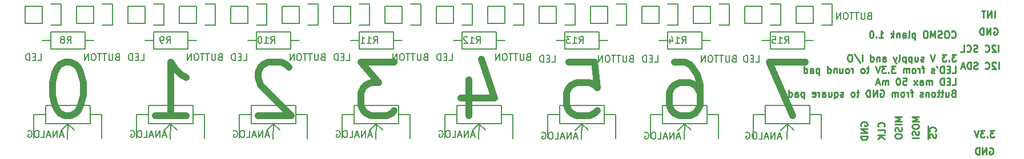
<source format=gbo>
G04 #@! TF.FileFunction,Legend,Bot*
%FSLAX46Y46*%
G04 Gerber Fmt 4.6, Leading zero omitted, Abs format (unit mm)*
G04 Created by KiCad (PCBNEW 4.0.4-1.fc25-product) date Mon Oct 24 00:38:01 2016*
%MOMM*%
%LPD*%
G01*
G04 APERTURE LIST*
%ADD10C,0.100000*%
%ADD11C,0.200000*%
%ADD12C,0.250000*%
%ADD13C,1.000000*%
%ADD14C,0.150000*%
G04 APERTURE END LIST*
D10*
D11*
X144247904Y-66222571D02*
X144105047Y-66270190D01*
X144057428Y-66317810D01*
X144009809Y-66413048D01*
X144009809Y-66555905D01*
X144057428Y-66651143D01*
X144105047Y-66698762D01*
X144200285Y-66746381D01*
X144581238Y-66746381D01*
X144581238Y-65746381D01*
X144247904Y-65746381D01*
X144152666Y-65794000D01*
X144105047Y-65841619D01*
X144057428Y-65936857D01*
X144057428Y-66032095D01*
X144105047Y-66127333D01*
X144152666Y-66174952D01*
X144247904Y-66222571D01*
X144581238Y-66222571D01*
X143581238Y-65746381D02*
X143581238Y-66555905D01*
X143533619Y-66651143D01*
X143486000Y-66698762D01*
X143390762Y-66746381D01*
X143200285Y-66746381D01*
X143105047Y-66698762D01*
X143057428Y-66651143D01*
X143009809Y-66555905D01*
X143009809Y-65746381D01*
X142676476Y-65746381D02*
X142105047Y-65746381D01*
X142390762Y-66746381D02*
X142390762Y-65746381D01*
X141914571Y-65746381D02*
X141343142Y-65746381D01*
X141628857Y-66746381D02*
X141628857Y-65746381D01*
X140819333Y-65746381D02*
X140628856Y-65746381D01*
X140533618Y-65794000D01*
X140438380Y-65889238D01*
X140390761Y-66079714D01*
X140390761Y-66413048D01*
X140438380Y-66603524D01*
X140533618Y-66698762D01*
X140628856Y-66746381D01*
X140819333Y-66746381D01*
X140914571Y-66698762D01*
X141009809Y-66603524D01*
X141057428Y-66413048D01*
X141057428Y-66079714D01*
X141009809Y-65889238D01*
X140914571Y-65794000D01*
X140819333Y-65746381D01*
X139962190Y-66746381D02*
X139962190Y-65746381D01*
X139390761Y-66746381D01*
X139390761Y-65746381D01*
X127388857Y-73096381D02*
X127865048Y-73096381D01*
X127865048Y-72096381D01*
X127055524Y-72572571D02*
X126722190Y-72572571D01*
X126579333Y-73096381D02*
X127055524Y-73096381D01*
X127055524Y-72096381D01*
X126579333Y-72096381D01*
X126150762Y-73096381D02*
X126150762Y-72096381D01*
X125912667Y-72096381D01*
X125769809Y-72144000D01*
X125674571Y-72239238D01*
X125626952Y-72334476D01*
X125579333Y-72524952D01*
X125579333Y-72667810D01*
X125626952Y-72858286D01*
X125674571Y-72953524D01*
X125769809Y-73048762D01*
X125912667Y-73096381D01*
X126150762Y-73096381D01*
X131143048Y-84240667D02*
X130666857Y-84240667D01*
X131238286Y-84526381D02*
X130904953Y-83526381D01*
X130571619Y-84526381D01*
X130238286Y-84526381D02*
X130238286Y-83526381D01*
X129666857Y-84526381D01*
X129666857Y-83526381D01*
X129238286Y-84240667D02*
X128762095Y-84240667D01*
X129333524Y-84526381D02*
X129000191Y-83526381D01*
X128666857Y-84526381D01*
X127857333Y-84526381D02*
X128333524Y-84526381D01*
X128333524Y-83526381D01*
X127333524Y-83526381D02*
X127143047Y-83526381D01*
X127047809Y-83574000D01*
X126952571Y-83669238D01*
X126904952Y-83859714D01*
X126904952Y-84193048D01*
X126952571Y-84383524D01*
X127047809Y-84478762D01*
X127143047Y-84526381D01*
X127333524Y-84526381D01*
X127428762Y-84478762D01*
X127524000Y-84383524D01*
X127571619Y-84193048D01*
X127571619Y-83859714D01*
X127524000Y-83669238D01*
X127428762Y-83574000D01*
X127333524Y-83526381D01*
X125952571Y-83574000D02*
X126047809Y-83526381D01*
X126190666Y-83526381D01*
X126333524Y-83574000D01*
X126428762Y-83669238D01*
X126476381Y-83764476D01*
X126524000Y-83954952D01*
X126524000Y-84097810D01*
X126476381Y-84288286D01*
X126428762Y-84383524D01*
X126333524Y-84478762D01*
X126190666Y-84526381D01*
X126095428Y-84526381D01*
X125952571Y-84478762D01*
X125904952Y-84431143D01*
X125904952Y-84097810D01*
X126095428Y-84097810D01*
X124181904Y-72572571D02*
X124039047Y-72620190D01*
X123991428Y-72667810D01*
X123943809Y-72763048D01*
X123943809Y-72905905D01*
X123991428Y-73001143D01*
X124039047Y-73048762D01*
X124134285Y-73096381D01*
X124515238Y-73096381D01*
X124515238Y-72096381D01*
X124181904Y-72096381D01*
X124086666Y-72144000D01*
X124039047Y-72191619D01*
X123991428Y-72286857D01*
X123991428Y-72382095D01*
X124039047Y-72477333D01*
X124086666Y-72524952D01*
X124181904Y-72572571D01*
X124515238Y-72572571D01*
X123515238Y-72096381D02*
X123515238Y-72905905D01*
X123467619Y-73001143D01*
X123420000Y-73048762D01*
X123324762Y-73096381D01*
X123134285Y-73096381D01*
X123039047Y-73048762D01*
X122991428Y-73001143D01*
X122943809Y-72905905D01*
X122943809Y-72096381D01*
X122610476Y-72096381D02*
X122039047Y-72096381D01*
X122324762Y-73096381D02*
X122324762Y-72096381D01*
X121848571Y-72096381D02*
X121277142Y-72096381D01*
X121562857Y-73096381D02*
X121562857Y-72096381D01*
X120753333Y-72096381D02*
X120562856Y-72096381D01*
X120467618Y-72144000D01*
X120372380Y-72239238D01*
X120324761Y-72429714D01*
X120324761Y-72763048D01*
X120372380Y-72953524D01*
X120467618Y-73048762D01*
X120562856Y-73096381D01*
X120753333Y-73096381D01*
X120848571Y-73048762D01*
X120943809Y-72953524D01*
X120991428Y-72763048D01*
X120991428Y-72429714D01*
X120943809Y-72239238D01*
X120848571Y-72144000D01*
X120753333Y-72096381D01*
X119896190Y-73096381D02*
X119896190Y-72096381D01*
X119324761Y-73096381D01*
X119324761Y-72096381D01*
X112402857Y-73096381D02*
X112879048Y-73096381D01*
X112879048Y-72096381D01*
X112069524Y-72572571D02*
X111736190Y-72572571D01*
X111593333Y-73096381D02*
X112069524Y-73096381D01*
X112069524Y-72096381D01*
X111593333Y-72096381D01*
X111164762Y-73096381D02*
X111164762Y-72096381D01*
X110926667Y-72096381D01*
X110783809Y-72144000D01*
X110688571Y-72239238D01*
X110640952Y-72334476D01*
X110593333Y-72524952D01*
X110593333Y-72667810D01*
X110640952Y-72858286D01*
X110688571Y-72953524D01*
X110783809Y-73048762D01*
X110926667Y-73096381D01*
X111164762Y-73096381D01*
X116157048Y-84240667D02*
X115680857Y-84240667D01*
X116252286Y-84526381D02*
X115918953Y-83526381D01*
X115585619Y-84526381D01*
X115252286Y-84526381D02*
X115252286Y-83526381D01*
X114680857Y-84526381D01*
X114680857Y-83526381D01*
X114252286Y-84240667D02*
X113776095Y-84240667D01*
X114347524Y-84526381D02*
X114014191Y-83526381D01*
X113680857Y-84526381D01*
X112871333Y-84526381D02*
X113347524Y-84526381D01*
X113347524Y-83526381D01*
X112347524Y-83526381D02*
X112157047Y-83526381D01*
X112061809Y-83574000D01*
X111966571Y-83669238D01*
X111918952Y-83859714D01*
X111918952Y-84193048D01*
X111966571Y-84383524D01*
X112061809Y-84478762D01*
X112157047Y-84526381D01*
X112347524Y-84526381D01*
X112442762Y-84478762D01*
X112538000Y-84383524D01*
X112585619Y-84193048D01*
X112585619Y-83859714D01*
X112538000Y-83669238D01*
X112442762Y-83574000D01*
X112347524Y-83526381D01*
X110966571Y-83574000D02*
X111061809Y-83526381D01*
X111204666Y-83526381D01*
X111347524Y-83574000D01*
X111442762Y-83669238D01*
X111490381Y-83764476D01*
X111538000Y-83954952D01*
X111538000Y-84097810D01*
X111490381Y-84288286D01*
X111442762Y-84383524D01*
X111347524Y-84478762D01*
X111204666Y-84526381D01*
X111109428Y-84526381D01*
X110966571Y-84478762D01*
X110918952Y-84431143D01*
X110918952Y-84097810D01*
X111109428Y-84097810D01*
X108941904Y-72572571D02*
X108799047Y-72620190D01*
X108751428Y-72667810D01*
X108703809Y-72763048D01*
X108703809Y-72905905D01*
X108751428Y-73001143D01*
X108799047Y-73048762D01*
X108894285Y-73096381D01*
X109275238Y-73096381D01*
X109275238Y-72096381D01*
X108941904Y-72096381D01*
X108846666Y-72144000D01*
X108799047Y-72191619D01*
X108751428Y-72286857D01*
X108751428Y-72382095D01*
X108799047Y-72477333D01*
X108846666Y-72524952D01*
X108941904Y-72572571D01*
X109275238Y-72572571D01*
X108275238Y-72096381D02*
X108275238Y-72905905D01*
X108227619Y-73001143D01*
X108180000Y-73048762D01*
X108084762Y-73096381D01*
X107894285Y-73096381D01*
X107799047Y-73048762D01*
X107751428Y-73001143D01*
X107703809Y-72905905D01*
X107703809Y-72096381D01*
X107370476Y-72096381D02*
X106799047Y-72096381D01*
X107084762Y-73096381D02*
X107084762Y-72096381D01*
X106608571Y-72096381D02*
X106037142Y-72096381D01*
X106322857Y-73096381D02*
X106322857Y-72096381D01*
X105513333Y-72096381D02*
X105322856Y-72096381D01*
X105227618Y-72144000D01*
X105132380Y-72239238D01*
X105084761Y-72429714D01*
X105084761Y-72763048D01*
X105132380Y-72953524D01*
X105227618Y-73048762D01*
X105322856Y-73096381D01*
X105513333Y-73096381D01*
X105608571Y-73048762D01*
X105703809Y-72953524D01*
X105751428Y-72763048D01*
X105751428Y-72429714D01*
X105703809Y-72239238D01*
X105608571Y-72144000D01*
X105513333Y-72096381D01*
X104656190Y-73096381D02*
X104656190Y-72096381D01*
X104084761Y-73096381D01*
X104084761Y-72096381D01*
X97162857Y-73096381D02*
X97639048Y-73096381D01*
X97639048Y-72096381D01*
X96829524Y-72572571D02*
X96496190Y-72572571D01*
X96353333Y-73096381D02*
X96829524Y-73096381D01*
X96829524Y-72096381D01*
X96353333Y-72096381D01*
X95924762Y-73096381D02*
X95924762Y-72096381D01*
X95686667Y-72096381D01*
X95543809Y-72144000D01*
X95448571Y-72239238D01*
X95400952Y-72334476D01*
X95353333Y-72524952D01*
X95353333Y-72667810D01*
X95400952Y-72858286D01*
X95448571Y-72953524D01*
X95543809Y-73048762D01*
X95686667Y-73096381D01*
X95924762Y-73096381D01*
X100917048Y-84240667D02*
X100440857Y-84240667D01*
X101012286Y-84526381D02*
X100678953Y-83526381D01*
X100345619Y-84526381D01*
X100012286Y-84526381D02*
X100012286Y-83526381D01*
X99440857Y-84526381D01*
X99440857Y-83526381D01*
X99012286Y-84240667D02*
X98536095Y-84240667D01*
X99107524Y-84526381D02*
X98774191Y-83526381D01*
X98440857Y-84526381D01*
X97631333Y-84526381D02*
X98107524Y-84526381D01*
X98107524Y-83526381D01*
X97107524Y-83526381D02*
X96917047Y-83526381D01*
X96821809Y-83574000D01*
X96726571Y-83669238D01*
X96678952Y-83859714D01*
X96678952Y-84193048D01*
X96726571Y-84383524D01*
X96821809Y-84478762D01*
X96917047Y-84526381D01*
X97107524Y-84526381D01*
X97202762Y-84478762D01*
X97298000Y-84383524D01*
X97345619Y-84193048D01*
X97345619Y-83859714D01*
X97298000Y-83669238D01*
X97202762Y-83574000D01*
X97107524Y-83526381D01*
X95726571Y-83574000D02*
X95821809Y-83526381D01*
X95964666Y-83526381D01*
X96107524Y-83574000D01*
X96202762Y-83669238D01*
X96250381Y-83764476D01*
X96298000Y-83954952D01*
X96298000Y-84097810D01*
X96250381Y-84288286D01*
X96202762Y-84383524D01*
X96107524Y-84478762D01*
X95964666Y-84526381D01*
X95869428Y-84526381D01*
X95726571Y-84478762D01*
X95678952Y-84431143D01*
X95678952Y-84097810D01*
X95869428Y-84097810D01*
X93701904Y-72318571D02*
X93559047Y-72366190D01*
X93511428Y-72413810D01*
X93463809Y-72509048D01*
X93463809Y-72651905D01*
X93511428Y-72747143D01*
X93559047Y-72794762D01*
X93654285Y-72842381D01*
X94035238Y-72842381D01*
X94035238Y-71842381D01*
X93701904Y-71842381D01*
X93606666Y-71890000D01*
X93559047Y-71937619D01*
X93511428Y-72032857D01*
X93511428Y-72128095D01*
X93559047Y-72223333D01*
X93606666Y-72270952D01*
X93701904Y-72318571D01*
X94035238Y-72318571D01*
X93035238Y-71842381D02*
X93035238Y-72651905D01*
X92987619Y-72747143D01*
X92940000Y-72794762D01*
X92844762Y-72842381D01*
X92654285Y-72842381D01*
X92559047Y-72794762D01*
X92511428Y-72747143D01*
X92463809Y-72651905D01*
X92463809Y-71842381D01*
X92130476Y-71842381D02*
X91559047Y-71842381D01*
X91844762Y-72842381D02*
X91844762Y-71842381D01*
X91368571Y-71842381D02*
X90797142Y-71842381D01*
X91082857Y-72842381D02*
X91082857Y-71842381D01*
X90273333Y-71842381D02*
X90082856Y-71842381D01*
X89987618Y-71890000D01*
X89892380Y-71985238D01*
X89844761Y-72175714D01*
X89844761Y-72509048D01*
X89892380Y-72699524D01*
X89987618Y-72794762D01*
X90082856Y-72842381D01*
X90273333Y-72842381D01*
X90368571Y-72794762D01*
X90463809Y-72699524D01*
X90511428Y-72509048D01*
X90511428Y-72175714D01*
X90463809Y-71985238D01*
X90368571Y-71890000D01*
X90273333Y-71842381D01*
X89416190Y-72842381D02*
X89416190Y-71842381D01*
X88844761Y-72842381D01*
X88844761Y-71842381D01*
X81922857Y-72842381D02*
X82399048Y-72842381D01*
X82399048Y-71842381D01*
X81589524Y-72318571D02*
X81256190Y-72318571D01*
X81113333Y-72842381D02*
X81589524Y-72842381D01*
X81589524Y-71842381D01*
X81113333Y-71842381D01*
X80684762Y-72842381D02*
X80684762Y-71842381D01*
X80446667Y-71842381D01*
X80303809Y-71890000D01*
X80208571Y-71985238D01*
X80160952Y-72080476D01*
X80113333Y-72270952D01*
X80113333Y-72413810D01*
X80160952Y-72604286D01*
X80208571Y-72699524D01*
X80303809Y-72794762D01*
X80446667Y-72842381D01*
X80684762Y-72842381D01*
X85677048Y-83986667D02*
X85200857Y-83986667D01*
X85772286Y-84272381D02*
X85438953Y-83272381D01*
X85105619Y-84272381D01*
X84772286Y-84272381D02*
X84772286Y-83272381D01*
X84200857Y-84272381D01*
X84200857Y-83272381D01*
X83772286Y-83986667D02*
X83296095Y-83986667D01*
X83867524Y-84272381D02*
X83534191Y-83272381D01*
X83200857Y-84272381D01*
X82391333Y-84272381D02*
X82867524Y-84272381D01*
X82867524Y-83272381D01*
X81867524Y-83272381D02*
X81677047Y-83272381D01*
X81581809Y-83320000D01*
X81486571Y-83415238D01*
X81438952Y-83605714D01*
X81438952Y-83939048D01*
X81486571Y-84129524D01*
X81581809Y-84224762D01*
X81677047Y-84272381D01*
X81867524Y-84272381D01*
X81962762Y-84224762D01*
X82058000Y-84129524D01*
X82105619Y-83939048D01*
X82105619Y-83605714D01*
X82058000Y-83415238D01*
X81962762Y-83320000D01*
X81867524Y-83272381D01*
X80486571Y-83320000D02*
X80581809Y-83272381D01*
X80724666Y-83272381D01*
X80867524Y-83320000D01*
X80962762Y-83415238D01*
X81010381Y-83510476D01*
X81058000Y-83700952D01*
X81058000Y-83843810D01*
X81010381Y-84034286D01*
X80962762Y-84129524D01*
X80867524Y-84224762D01*
X80724666Y-84272381D01*
X80629428Y-84272381D01*
X80486571Y-84224762D01*
X80438952Y-84177143D01*
X80438952Y-83843810D01*
X80629428Y-83843810D01*
X78461904Y-72318571D02*
X78319047Y-72366190D01*
X78271428Y-72413810D01*
X78223809Y-72509048D01*
X78223809Y-72651905D01*
X78271428Y-72747143D01*
X78319047Y-72794762D01*
X78414285Y-72842381D01*
X78795238Y-72842381D01*
X78795238Y-71842381D01*
X78461904Y-71842381D01*
X78366666Y-71890000D01*
X78319047Y-71937619D01*
X78271428Y-72032857D01*
X78271428Y-72128095D01*
X78319047Y-72223333D01*
X78366666Y-72270952D01*
X78461904Y-72318571D01*
X78795238Y-72318571D01*
X77795238Y-71842381D02*
X77795238Y-72651905D01*
X77747619Y-72747143D01*
X77700000Y-72794762D01*
X77604762Y-72842381D01*
X77414285Y-72842381D01*
X77319047Y-72794762D01*
X77271428Y-72747143D01*
X77223809Y-72651905D01*
X77223809Y-71842381D01*
X76890476Y-71842381D02*
X76319047Y-71842381D01*
X76604762Y-72842381D02*
X76604762Y-71842381D01*
X76128571Y-71842381D02*
X75557142Y-71842381D01*
X75842857Y-72842381D02*
X75842857Y-71842381D01*
X75033333Y-71842381D02*
X74842856Y-71842381D01*
X74747618Y-71890000D01*
X74652380Y-71985238D01*
X74604761Y-72175714D01*
X74604761Y-72509048D01*
X74652380Y-72699524D01*
X74747618Y-72794762D01*
X74842856Y-72842381D01*
X75033333Y-72842381D01*
X75128571Y-72794762D01*
X75223809Y-72699524D01*
X75271428Y-72509048D01*
X75271428Y-72175714D01*
X75223809Y-71985238D01*
X75128571Y-71890000D01*
X75033333Y-71842381D01*
X74176190Y-72842381D02*
X74176190Y-71842381D01*
X73604761Y-72842381D01*
X73604761Y-71842381D01*
X66682857Y-72842381D02*
X67159048Y-72842381D01*
X67159048Y-71842381D01*
X66349524Y-72318571D02*
X66016190Y-72318571D01*
X65873333Y-72842381D02*
X66349524Y-72842381D01*
X66349524Y-71842381D01*
X65873333Y-71842381D01*
X65444762Y-72842381D02*
X65444762Y-71842381D01*
X65206667Y-71842381D01*
X65063809Y-71890000D01*
X64968571Y-71985238D01*
X64920952Y-72080476D01*
X64873333Y-72270952D01*
X64873333Y-72413810D01*
X64920952Y-72604286D01*
X64968571Y-72699524D01*
X65063809Y-72794762D01*
X65206667Y-72842381D01*
X65444762Y-72842381D01*
X70437048Y-83986667D02*
X69960857Y-83986667D01*
X70532286Y-84272381D02*
X70198953Y-83272381D01*
X69865619Y-84272381D01*
X69532286Y-84272381D02*
X69532286Y-83272381D01*
X68960857Y-84272381D01*
X68960857Y-83272381D01*
X68532286Y-83986667D02*
X68056095Y-83986667D01*
X68627524Y-84272381D02*
X68294191Y-83272381D01*
X67960857Y-84272381D01*
X67151333Y-84272381D02*
X67627524Y-84272381D01*
X67627524Y-83272381D01*
X66627524Y-83272381D02*
X66437047Y-83272381D01*
X66341809Y-83320000D01*
X66246571Y-83415238D01*
X66198952Y-83605714D01*
X66198952Y-83939048D01*
X66246571Y-84129524D01*
X66341809Y-84224762D01*
X66437047Y-84272381D01*
X66627524Y-84272381D01*
X66722762Y-84224762D01*
X66818000Y-84129524D01*
X66865619Y-83939048D01*
X66865619Y-83605714D01*
X66818000Y-83415238D01*
X66722762Y-83320000D01*
X66627524Y-83272381D01*
X65246571Y-83320000D02*
X65341809Y-83272381D01*
X65484666Y-83272381D01*
X65627524Y-83320000D01*
X65722762Y-83415238D01*
X65770381Y-83510476D01*
X65818000Y-83700952D01*
X65818000Y-83843810D01*
X65770381Y-84034286D01*
X65722762Y-84129524D01*
X65627524Y-84224762D01*
X65484666Y-84272381D01*
X65389428Y-84272381D01*
X65246571Y-84224762D01*
X65198952Y-84177143D01*
X65198952Y-83843810D01*
X65389428Y-83843810D01*
X63221904Y-72318571D02*
X63079047Y-72366190D01*
X63031428Y-72413810D01*
X62983809Y-72509048D01*
X62983809Y-72651905D01*
X63031428Y-72747143D01*
X63079047Y-72794762D01*
X63174285Y-72842381D01*
X63555238Y-72842381D01*
X63555238Y-71842381D01*
X63221904Y-71842381D01*
X63126666Y-71890000D01*
X63079047Y-71937619D01*
X63031428Y-72032857D01*
X63031428Y-72128095D01*
X63079047Y-72223333D01*
X63126666Y-72270952D01*
X63221904Y-72318571D01*
X63555238Y-72318571D01*
X62555238Y-71842381D02*
X62555238Y-72651905D01*
X62507619Y-72747143D01*
X62460000Y-72794762D01*
X62364762Y-72842381D01*
X62174285Y-72842381D01*
X62079047Y-72794762D01*
X62031428Y-72747143D01*
X61983809Y-72651905D01*
X61983809Y-71842381D01*
X61650476Y-71842381D02*
X61079047Y-71842381D01*
X61364762Y-72842381D02*
X61364762Y-71842381D01*
X60888571Y-71842381D02*
X60317142Y-71842381D01*
X60602857Y-72842381D02*
X60602857Y-71842381D01*
X59793333Y-71842381D02*
X59602856Y-71842381D01*
X59507618Y-71890000D01*
X59412380Y-71985238D01*
X59364761Y-72175714D01*
X59364761Y-72509048D01*
X59412380Y-72699524D01*
X59507618Y-72794762D01*
X59602856Y-72842381D01*
X59793333Y-72842381D01*
X59888571Y-72794762D01*
X59983809Y-72699524D01*
X60031428Y-72509048D01*
X60031428Y-72175714D01*
X59983809Y-71985238D01*
X59888571Y-71890000D01*
X59793333Y-71842381D01*
X58936190Y-72842381D02*
X58936190Y-71842381D01*
X58364761Y-72842381D01*
X58364761Y-71842381D01*
X51442857Y-72842381D02*
X51919048Y-72842381D01*
X51919048Y-71842381D01*
X51109524Y-72318571D02*
X50776190Y-72318571D01*
X50633333Y-72842381D02*
X51109524Y-72842381D01*
X51109524Y-71842381D01*
X50633333Y-71842381D01*
X50204762Y-72842381D02*
X50204762Y-71842381D01*
X49966667Y-71842381D01*
X49823809Y-71890000D01*
X49728571Y-71985238D01*
X49680952Y-72080476D01*
X49633333Y-72270952D01*
X49633333Y-72413810D01*
X49680952Y-72604286D01*
X49728571Y-72699524D01*
X49823809Y-72794762D01*
X49966667Y-72842381D01*
X50204762Y-72842381D01*
X55197048Y-83986667D02*
X54720857Y-83986667D01*
X55292286Y-84272381D02*
X54958953Y-83272381D01*
X54625619Y-84272381D01*
X54292286Y-84272381D02*
X54292286Y-83272381D01*
X53720857Y-84272381D01*
X53720857Y-83272381D01*
X53292286Y-83986667D02*
X52816095Y-83986667D01*
X53387524Y-84272381D02*
X53054191Y-83272381D01*
X52720857Y-84272381D01*
X51911333Y-84272381D02*
X52387524Y-84272381D01*
X52387524Y-83272381D01*
X51387524Y-83272381D02*
X51197047Y-83272381D01*
X51101809Y-83320000D01*
X51006571Y-83415238D01*
X50958952Y-83605714D01*
X50958952Y-83939048D01*
X51006571Y-84129524D01*
X51101809Y-84224762D01*
X51197047Y-84272381D01*
X51387524Y-84272381D01*
X51482762Y-84224762D01*
X51578000Y-84129524D01*
X51625619Y-83939048D01*
X51625619Y-83605714D01*
X51578000Y-83415238D01*
X51482762Y-83320000D01*
X51387524Y-83272381D01*
X50006571Y-83320000D02*
X50101809Y-83272381D01*
X50244666Y-83272381D01*
X50387524Y-83320000D01*
X50482762Y-83415238D01*
X50530381Y-83510476D01*
X50578000Y-83700952D01*
X50578000Y-83843810D01*
X50530381Y-84034286D01*
X50482762Y-84129524D01*
X50387524Y-84224762D01*
X50244666Y-84272381D01*
X50149428Y-84272381D01*
X50006571Y-84224762D01*
X49958952Y-84177143D01*
X49958952Y-83843810D01*
X50149428Y-83843810D01*
X47981904Y-72318571D02*
X47839047Y-72366190D01*
X47791428Y-72413810D01*
X47743809Y-72509048D01*
X47743809Y-72651905D01*
X47791428Y-72747143D01*
X47839047Y-72794762D01*
X47934285Y-72842381D01*
X48315238Y-72842381D01*
X48315238Y-71842381D01*
X47981904Y-71842381D01*
X47886666Y-71890000D01*
X47839047Y-71937619D01*
X47791428Y-72032857D01*
X47791428Y-72128095D01*
X47839047Y-72223333D01*
X47886666Y-72270952D01*
X47981904Y-72318571D01*
X48315238Y-72318571D01*
X47315238Y-71842381D02*
X47315238Y-72651905D01*
X47267619Y-72747143D01*
X47220000Y-72794762D01*
X47124762Y-72842381D01*
X46934285Y-72842381D01*
X46839047Y-72794762D01*
X46791428Y-72747143D01*
X46743809Y-72651905D01*
X46743809Y-71842381D01*
X46410476Y-71842381D02*
X45839047Y-71842381D01*
X46124762Y-72842381D02*
X46124762Y-71842381D01*
X45648571Y-71842381D02*
X45077142Y-71842381D01*
X45362857Y-72842381D02*
X45362857Y-71842381D01*
X44553333Y-71842381D02*
X44362856Y-71842381D01*
X44267618Y-71890000D01*
X44172380Y-71985238D01*
X44124761Y-72175714D01*
X44124761Y-72509048D01*
X44172380Y-72699524D01*
X44267618Y-72794762D01*
X44362856Y-72842381D01*
X44553333Y-72842381D01*
X44648571Y-72794762D01*
X44743809Y-72699524D01*
X44791428Y-72509048D01*
X44791428Y-72175714D01*
X44743809Y-71985238D01*
X44648571Y-71890000D01*
X44553333Y-71842381D01*
X43696190Y-72842381D02*
X43696190Y-71842381D01*
X43124761Y-72842381D01*
X43124761Y-71842381D01*
X36202857Y-72842381D02*
X36679048Y-72842381D01*
X36679048Y-71842381D01*
X35869524Y-72318571D02*
X35536190Y-72318571D01*
X35393333Y-72842381D02*
X35869524Y-72842381D01*
X35869524Y-71842381D01*
X35393333Y-71842381D01*
X34964762Y-72842381D02*
X34964762Y-71842381D01*
X34726667Y-71842381D01*
X34583809Y-71890000D01*
X34488571Y-71985238D01*
X34440952Y-72080476D01*
X34393333Y-72270952D01*
X34393333Y-72413810D01*
X34440952Y-72604286D01*
X34488571Y-72699524D01*
X34583809Y-72794762D01*
X34726667Y-72842381D01*
X34964762Y-72842381D01*
X39957048Y-83986667D02*
X39480857Y-83986667D01*
X40052286Y-84272381D02*
X39718953Y-83272381D01*
X39385619Y-84272381D01*
X39052286Y-84272381D02*
X39052286Y-83272381D01*
X38480857Y-84272381D01*
X38480857Y-83272381D01*
X38052286Y-83986667D02*
X37576095Y-83986667D01*
X38147524Y-84272381D02*
X37814191Y-83272381D01*
X37480857Y-84272381D01*
X36671333Y-84272381D02*
X37147524Y-84272381D01*
X37147524Y-83272381D01*
X36147524Y-83272381D02*
X35957047Y-83272381D01*
X35861809Y-83320000D01*
X35766571Y-83415238D01*
X35718952Y-83605714D01*
X35718952Y-83939048D01*
X35766571Y-84129524D01*
X35861809Y-84224762D01*
X35957047Y-84272381D01*
X36147524Y-84272381D01*
X36242762Y-84224762D01*
X36338000Y-84129524D01*
X36385619Y-83939048D01*
X36385619Y-83605714D01*
X36338000Y-83415238D01*
X36242762Y-83320000D01*
X36147524Y-83272381D01*
X34766571Y-83320000D02*
X34861809Y-83272381D01*
X35004666Y-83272381D01*
X35147524Y-83320000D01*
X35242762Y-83415238D01*
X35290381Y-83510476D01*
X35338000Y-83700952D01*
X35338000Y-83843810D01*
X35290381Y-84034286D01*
X35242762Y-84129524D01*
X35147524Y-84224762D01*
X35004666Y-84272381D01*
X34909428Y-84272381D01*
X34766571Y-84224762D01*
X34718952Y-84177143D01*
X34718952Y-83843810D01*
X34909428Y-83843810D01*
D12*
X143010000Y-82550096D02*
X142962381Y-82454858D01*
X142962381Y-82312001D01*
X143010000Y-82169143D01*
X143105238Y-82073905D01*
X143200476Y-82026286D01*
X143390952Y-81978667D01*
X143533810Y-81978667D01*
X143724286Y-82026286D01*
X143819524Y-82073905D01*
X143914762Y-82169143D01*
X143962381Y-82312001D01*
X143962381Y-82407239D01*
X143914762Y-82550096D01*
X143867143Y-82597715D01*
X143533810Y-82597715D01*
X143533810Y-82407239D01*
X143962381Y-83026286D02*
X142962381Y-83026286D01*
X143962381Y-83597715D01*
X142962381Y-83597715D01*
X143962381Y-84073905D02*
X142962381Y-84073905D01*
X142962381Y-84312000D01*
X143010000Y-84454858D01*
X143105238Y-84550096D01*
X143200476Y-84597715D01*
X143390952Y-84645334D01*
X143533810Y-84645334D01*
X143724286Y-84597715D01*
X143819524Y-84550096D01*
X143914762Y-84454858D01*
X143962381Y-84312000D01*
X143962381Y-84073905D01*
X146407143Y-82716762D02*
X146454762Y-82669143D01*
X146502381Y-82526286D01*
X146502381Y-82431048D01*
X146454762Y-82288190D01*
X146359524Y-82192952D01*
X146264286Y-82145333D01*
X146073810Y-82097714D01*
X145930952Y-82097714D01*
X145740476Y-82145333D01*
X145645238Y-82192952D01*
X145550000Y-82288190D01*
X145502381Y-82431048D01*
X145502381Y-82526286D01*
X145550000Y-82669143D01*
X145597619Y-82716762D01*
X146502381Y-83621524D02*
X146502381Y-83145333D01*
X145502381Y-83145333D01*
X146502381Y-83954857D02*
X145502381Y-83954857D01*
X146502381Y-84526286D02*
X145930952Y-84097714D01*
X145502381Y-84526286D02*
X146073810Y-83954857D01*
X149042381Y-81232572D02*
X148042381Y-81232572D01*
X148756667Y-81565906D01*
X148042381Y-81899239D01*
X149042381Y-81899239D01*
X149042381Y-82375429D02*
X148042381Y-82375429D01*
X148994762Y-82804000D02*
X149042381Y-82946857D01*
X149042381Y-83184953D01*
X148994762Y-83280191D01*
X148947143Y-83327810D01*
X148851905Y-83375429D01*
X148756667Y-83375429D01*
X148661429Y-83327810D01*
X148613810Y-83280191D01*
X148566190Y-83184953D01*
X148518571Y-82994476D01*
X148470952Y-82899238D01*
X148423333Y-82851619D01*
X148328095Y-82804000D01*
X148232857Y-82804000D01*
X148137619Y-82851619D01*
X148090000Y-82899238D01*
X148042381Y-82994476D01*
X148042381Y-83232572D01*
X148090000Y-83375429D01*
X148042381Y-83994476D02*
X148042381Y-84184953D01*
X148090000Y-84280191D01*
X148185238Y-84375429D01*
X148375714Y-84423048D01*
X148709048Y-84423048D01*
X148899524Y-84375429D01*
X148994762Y-84280191D01*
X149042381Y-84184953D01*
X149042381Y-83994476D01*
X148994762Y-83899238D01*
X148899524Y-83804000D01*
X148709048Y-83756381D01*
X148375714Y-83756381D01*
X148185238Y-83804000D01*
X148090000Y-83899238D01*
X148042381Y-83994476D01*
X151582381Y-81232572D02*
X150582381Y-81232572D01*
X151296667Y-81565906D01*
X150582381Y-81899239D01*
X151582381Y-81899239D01*
X150582381Y-82565905D02*
X150582381Y-82756382D01*
X150630000Y-82851620D01*
X150725238Y-82946858D01*
X150915714Y-82994477D01*
X151249048Y-82994477D01*
X151439524Y-82946858D01*
X151534762Y-82851620D01*
X151582381Y-82756382D01*
X151582381Y-82565905D01*
X151534762Y-82470667D01*
X151439524Y-82375429D01*
X151249048Y-82327810D01*
X150915714Y-82327810D01*
X150725238Y-82375429D01*
X150630000Y-82470667D01*
X150582381Y-82565905D01*
X151534762Y-83375429D02*
X151582381Y-83518286D01*
X151582381Y-83756382D01*
X151534762Y-83851620D01*
X151487143Y-83899239D01*
X151391905Y-83946858D01*
X151296667Y-83946858D01*
X151201429Y-83899239D01*
X151153810Y-83851620D01*
X151106190Y-83756382D01*
X151058571Y-83565905D01*
X151010952Y-83470667D01*
X150963333Y-83423048D01*
X150868095Y-83375429D01*
X150772857Y-83375429D01*
X150677619Y-83423048D01*
X150630000Y-83470667D01*
X150582381Y-83565905D01*
X150582381Y-83804001D01*
X150630000Y-83946858D01*
X151582381Y-84375429D02*
X150582381Y-84375429D01*
X154027143Y-83399334D02*
X154074762Y-83351715D01*
X154122381Y-83208858D01*
X154122381Y-83113620D01*
X154074762Y-82970762D01*
X153979524Y-82875524D01*
X153884286Y-82827905D01*
X153693810Y-82780286D01*
X153550952Y-82780286D01*
X153360476Y-82827905D01*
X153265238Y-82875524D01*
X153170000Y-82970762D01*
X153122381Y-83113620D01*
X153122381Y-83208858D01*
X153170000Y-83351715D01*
X153217619Y-83399334D01*
X154074762Y-83780286D02*
X154122381Y-83923143D01*
X154122381Y-84161239D01*
X154074762Y-84256477D01*
X154027143Y-84304096D01*
X153931905Y-84351715D01*
X153836667Y-84351715D01*
X153741429Y-84304096D01*
X153693810Y-84256477D01*
X153646190Y-84161239D01*
X153598571Y-83970762D01*
X153550952Y-83875524D01*
X153503333Y-83827905D01*
X153408095Y-83780286D01*
X153312857Y-83780286D01*
X153217619Y-83827905D01*
X153170000Y-83875524D01*
X153122381Y-83970762D01*
X153122381Y-84208858D01*
X153170000Y-84351715D01*
X152950000Y-82589810D02*
X152950000Y-84542191D01*
D11*
X24717048Y-83986667D02*
X24240857Y-83986667D01*
X24812286Y-84272381D02*
X24478953Y-83272381D01*
X24145619Y-84272381D01*
X23812286Y-84272381D02*
X23812286Y-83272381D01*
X23240857Y-84272381D01*
X23240857Y-83272381D01*
X22812286Y-83986667D02*
X22336095Y-83986667D01*
X22907524Y-84272381D02*
X22574191Y-83272381D01*
X22240857Y-84272381D01*
X21431333Y-84272381D02*
X21907524Y-84272381D01*
X21907524Y-83272381D01*
X20907524Y-83272381D02*
X20717047Y-83272381D01*
X20621809Y-83320000D01*
X20526571Y-83415238D01*
X20478952Y-83605714D01*
X20478952Y-83939048D01*
X20526571Y-84129524D01*
X20621809Y-84224762D01*
X20717047Y-84272381D01*
X20907524Y-84272381D01*
X21002762Y-84224762D01*
X21098000Y-84129524D01*
X21145619Y-83939048D01*
X21145619Y-83605714D01*
X21098000Y-83415238D01*
X21002762Y-83320000D01*
X20907524Y-83272381D01*
X19526571Y-83320000D02*
X19621809Y-83272381D01*
X19764666Y-83272381D01*
X19907524Y-83320000D01*
X20002762Y-83415238D01*
X20050381Y-83510476D01*
X20098000Y-83700952D01*
X20098000Y-83843810D01*
X20050381Y-84034286D01*
X20002762Y-84129524D01*
X19907524Y-84224762D01*
X19764666Y-84272381D01*
X19669428Y-84272381D01*
X19526571Y-84224762D01*
X19478952Y-84177143D01*
X19478952Y-83843810D01*
X19669428Y-83843810D01*
X32741904Y-72318571D02*
X32599047Y-72366190D01*
X32551428Y-72413810D01*
X32503809Y-72509048D01*
X32503809Y-72651905D01*
X32551428Y-72747143D01*
X32599047Y-72794762D01*
X32694285Y-72842381D01*
X33075238Y-72842381D01*
X33075238Y-71842381D01*
X32741904Y-71842381D01*
X32646666Y-71890000D01*
X32599047Y-71937619D01*
X32551428Y-72032857D01*
X32551428Y-72128095D01*
X32599047Y-72223333D01*
X32646666Y-72270952D01*
X32741904Y-72318571D01*
X33075238Y-72318571D01*
X32075238Y-71842381D02*
X32075238Y-72651905D01*
X32027619Y-72747143D01*
X31980000Y-72794762D01*
X31884762Y-72842381D01*
X31694285Y-72842381D01*
X31599047Y-72794762D01*
X31551428Y-72747143D01*
X31503809Y-72651905D01*
X31503809Y-71842381D01*
X31170476Y-71842381D02*
X30599047Y-71842381D01*
X30884762Y-72842381D02*
X30884762Y-71842381D01*
X30408571Y-71842381D02*
X29837142Y-71842381D01*
X30122857Y-72842381D02*
X30122857Y-71842381D01*
X29313333Y-71842381D02*
X29122856Y-71842381D01*
X29027618Y-71890000D01*
X28932380Y-71985238D01*
X28884761Y-72175714D01*
X28884761Y-72509048D01*
X28932380Y-72699524D01*
X29027618Y-72794762D01*
X29122856Y-72842381D01*
X29313333Y-72842381D01*
X29408571Y-72794762D01*
X29503809Y-72699524D01*
X29551428Y-72509048D01*
X29551428Y-72175714D01*
X29503809Y-71985238D01*
X29408571Y-71890000D01*
X29313333Y-71842381D01*
X28456190Y-72842381D02*
X28456190Y-71842381D01*
X27884761Y-72842381D01*
X27884761Y-71842381D01*
X20962857Y-72842381D02*
X21439048Y-72842381D01*
X21439048Y-71842381D01*
X20629524Y-72318571D02*
X20296190Y-72318571D01*
X20153333Y-72842381D02*
X20629524Y-72842381D01*
X20629524Y-71842381D01*
X20153333Y-71842381D01*
X19724762Y-72842381D02*
X19724762Y-71842381D01*
X19486667Y-71842381D01*
X19343809Y-71890000D01*
X19248571Y-71985238D01*
X19200952Y-72080476D01*
X19153333Y-72270952D01*
X19153333Y-72413810D01*
X19200952Y-72604286D01*
X19248571Y-72699524D01*
X19343809Y-72794762D01*
X19486667Y-72842381D01*
X19724762Y-72842381D01*
D12*
X162829762Y-66492381D02*
X162829762Y-65492381D01*
X162353572Y-66492381D02*
X162353572Y-65492381D01*
X161782143Y-66492381D01*
X161782143Y-65492381D01*
X161448810Y-65492381D02*
X160877381Y-65492381D01*
X161163096Y-66492381D02*
X161163096Y-65492381D01*
X162686904Y-68080000D02*
X162782142Y-68032381D01*
X162924999Y-68032381D01*
X163067857Y-68080000D01*
X163163095Y-68175238D01*
X163210714Y-68270476D01*
X163258333Y-68460952D01*
X163258333Y-68603810D01*
X163210714Y-68794286D01*
X163163095Y-68889524D01*
X163067857Y-68984762D01*
X162924999Y-69032381D01*
X162829761Y-69032381D01*
X162686904Y-68984762D01*
X162639285Y-68937143D01*
X162639285Y-68603810D01*
X162829761Y-68603810D01*
X162210714Y-69032381D02*
X162210714Y-68032381D01*
X161639285Y-69032381D01*
X161639285Y-68032381D01*
X161163095Y-69032381D02*
X161163095Y-68032381D01*
X160925000Y-68032381D01*
X160782142Y-68080000D01*
X160686904Y-68175238D01*
X160639285Y-68270476D01*
X160591666Y-68460952D01*
X160591666Y-68603810D01*
X160639285Y-68794286D01*
X160686904Y-68889524D01*
X160782142Y-68984762D01*
X160925000Y-69032381D01*
X161163095Y-69032381D01*
X163393095Y-71572381D02*
X163393095Y-70572381D01*
X162964524Y-70667619D02*
X162916905Y-70620000D01*
X162821667Y-70572381D01*
X162583571Y-70572381D01*
X162488333Y-70620000D01*
X162440714Y-70667619D01*
X162393095Y-70762857D01*
X162393095Y-70858095D01*
X162440714Y-71000952D01*
X163012143Y-71572381D01*
X162393095Y-71572381D01*
X161393095Y-71477143D02*
X161440714Y-71524762D01*
X161583571Y-71572381D01*
X161678809Y-71572381D01*
X161821667Y-71524762D01*
X161916905Y-71429524D01*
X161964524Y-71334286D01*
X162012143Y-71143810D01*
X162012143Y-71000952D01*
X161964524Y-70810476D01*
X161916905Y-70715238D01*
X161821667Y-70620000D01*
X161678809Y-70572381D01*
X161583571Y-70572381D01*
X161440714Y-70620000D01*
X161393095Y-70667619D01*
X160250238Y-71524762D02*
X160107381Y-71572381D01*
X159869285Y-71572381D01*
X159774047Y-71524762D01*
X159726428Y-71477143D01*
X159678809Y-71381905D01*
X159678809Y-71286667D01*
X159726428Y-71191429D01*
X159774047Y-71143810D01*
X159869285Y-71096190D01*
X160059762Y-71048571D01*
X160155000Y-71000952D01*
X160202619Y-70953333D01*
X160250238Y-70858095D01*
X160250238Y-70762857D01*
X160202619Y-70667619D01*
X160155000Y-70620000D01*
X160059762Y-70572381D01*
X159821666Y-70572381D01*
X159678809Y-70620000D01*
X158678809Y-71477143D02*
X158726428Y-71524762D01*
X158869285Y-71572381D01*
X158964523Y-71572381D01*
X159107381Y-71524762D01*
X159202619Y-71429524D01*
X159250238Y-71334286D01*
X159297857Y-71143810D01*
X159297857Y-71000952D01*
X159250238Y-70810476D01*
X159202619Y-70715238D01*
X159107381Y-70620000D01*
X158964523Y-70572381D01*
X158869285Y-70572381D01*
X158726428Y-70620000D01*
X158678809Y-70667619D01*
X157774047Y-71572381D02*
X158250238Y-71572381D01*
X158250238Y-70572381D01*
X163416905Y-74112381D02*
X163416905Y-73112381D01*
X162988334Y-73207619D02*
X162940715Y-73160000D01*
X162845477Y-73112381D01*
X162607381Y-73112381D01*
X162512143Y-73160000D01*
X162464524Y-73207619D01*
X162416905Y-73302857D01*
X162416905Y-73398095D01*
X162464524Y-73540952D01*
X163035953Y-74112381D01*
X162416905Y-74112381D01*
X161416905Y-74017143D02*
X161464524Y-74064762D01*
X161607381Y-74112381D01*
X161702619Y-74112381D01*
X161845477Y-74064762D01*
X161940715Y-73969524D01*
X161988334Y-73874286D01*
X162035953Y-73683810D01*
X162035953Y-73540952D01*
X161988334Y-73350476D01*
X161940715Y-73255238D01*
X161845477Y-73160000D01*
X161702619Y-73112381D01*
X161607381Y-73112381D01*
X161464524Y-73160000D01*
X161416905Y-73207619D01*
X160274048Y-74064762D02*
X160131191Y-74112381D01*
X159893095Y-74112381D01*
X159797857Y-74064762D01*
X159750238Y-74017143D01*
X159702619Y-73921905D01*
X159702619Y-73826667D01*
X159750238Y-73731429D01*
X159797857Y-73683810D01*
X159893095Y-73636190D01*
X160083572Y-73588571D01*
X160178810Y-73540952D01*
X160226429Y-73493333D01*
X160274048Y-73398095D01*
X160274048Y-73302857D01*
X160226429Y-73207619D01*
X160178810Y-73160000D01*
X160083572Y-73112381D01*
X159845476Y-73112381D01*
X159702619Y-73160000D01*
X159274048Y-74112381D02*
X159274048Y-73112381D01*
X159035953Y-73112381D01*
X158893095Y-73160000D01*
X158797857Y-73255238D01*
X158750238Y-73350476D01*
X158702619Y-73540952D01*
X158702619Y-73683810D01*
X158750238Y-73874286D01*
X158797857Y-73969524D01*
X158893095Y-74064762D01*
X159035953Y-74112381D01*
X159274048Y-74112381D01*
X158321667Y-73826667D02*
X157845476Y-73826667D01*
X158416905Y-74112381D02*
X158083572Y-73112381D01*
X157750238Y-74112381D01*
X162766190Y-83272381D02*
X162147142Y-83272381D01*
X162480476Y-83653333D01*
X162337618Y-83653333D01*
X162242380Y-83700952D01*
X162194761Y-83748571D01*
X162147142Y-83843810D01*
X162147142Y-84081905D01*
X162194761Y-84177143D01*
X162242380Y-84224762D01*
X162337618Y-84272381D01*
X162623333Y-84272381D01*
X162718571Y-84224762D01*
X162766190Y-84177143D01*
X161718571Y-84177143D02*
X161670952Y-84224762D01*
X161718571Y-84272381D01*
X161766190Y-84224762D01*
X161718571Y-84177143D01*
X161718571Y-84272381D01*
X161337619Y-83272381D02*
X160718571Y-83272381D01*
X161051905Y-83653333D01*
X160909047Y-83653333D01*
X160813809Y-83700952D01*
X160766190Y-83748571D01*
X160718571Y-83843810D01*
X160718571Y-84081905D01*
X160766190Y-84177143D01*
X160813809Y-84224762D01*
X160909047Y-84272381D01*
X161194762Y-84272381D01*
X161290000Y-84224762D01*
X161337619Y-84177143D01*
X160432857Y-83272381D02*
X160099524Y-84272381D01*
X159766190Y-83272381D01*
X162051904Y-85860000D02*
X162147142Y-85812381D01*
X162289999Y-85812381D01*
X162432857Y-85860000D01*
X162528095Y-85955238D01*
X162575714Y-86050476D01*
X162623333Y-86240952D01*
X162623333Y-86383810D01*
X162575714Y-86574286D01*
X162528095Y-86669524D01*
X162432857Y-86764762D01*
X162289999Y-86812381D01*
X162194761Y-86812381D01*
X162051904Y-86764762D01*
X162004285Y-86717143D01*
X162004285Y-86383810D01*
X162194761Y-86383810D01*
X161575714Y-86812381D02*
X161575714Y-85812381D01*
X161004285Y-86812381D01*
X161004285Y-85812381D01*
X160528095Y-86812381D02*
X160528095Y-85812381D01*
X160290000Y-85812381D01*
X160147142Y-85860000D01*
X160051904Y-85955238D01*
X160004285Y-86050476D01*
X159956666Y-86240952D01*
X159956666Y-86383810D01*
X160004285Y-86574286D01*
X160051904Y-86669524D01*
X160147142Y-86764762D01*
X160290000Y-86812381D01*
X160528095Y-86812381D01*
X156416476Y-69388143D02*
X156464095Y-69435762D01*
X156606952Y-69483381D01*
X156702190Y-69483381D01*
X156845048Y-69435762D01*
X156940286Y-69340524D01*
X156987905Y-69245286D01*
X157035524Y-69054810D01*
X157035524Y-68911952D01*
X156987905Y-68721476D01*
X156940286Y-68626238D01*
X156845048Y-68531000D01*
X156702190Y-68483381D01*
X156606952Y-68483381D01*
X156464095Y-68531000D01*
X156416476Y-68578619D01*
X155797429Y-68483381D02*
X155606952Y-68483381D01*
X155511714Y-68531000D01*
X155416476Y-68626238D01*
X155368857Y-68816714D01*
X155368857Y-69150048D01*
X155416476Y-69340524D01*
X155511714Y-69435762D01*
X155606952Y-69483381D01*
X155797429Y-69483381D01*
X155892667Y-69435762D01*
X155987905Y-69340524D01*
X156035524Y-69150048D01*
X156035524Y-68816714D01*
X155987905Y-68626238D01*
X155892667Y-68531000D01*
X155797429Y-68483381D01*
X154987905Y-69435762D02*
X154845048Y-69483381D01*
X154606952Y-69483381D01*
X154511714Y-69435762D01*
X154464095Y-69388143D01*
X154416476Y-69292905D01*
X154416476Y-69197667D01*
X154464095Y-69102429D01*
X154511714Y-69054810D01*
X154606952Y-69007190D01*
X154797429Y-68959571D01*
X154892667Y-68911952D01*
X154940286Y-68864333D01*
X154987905Y-68769095D01*
X154987905Y-68673857D01*
X154940286Y-68578619D01*
X154892667Y-68531000D01*
X154797429Y-68483381D01*
X154559333Y-68483381D01*
X154416476Y-68531000D01*
X153987905Y-69483381D02*
X153987905Y-68483381D01*
X153654571Y-69197667D01*
X153321238Y-68483381D01*
X153321238Y-69483381D01*
X152654572Y-68483381D02*
X152464095Y-68483381D01*
X152368857Y-68531000D01*
X152273619Y-68626238D01*
X152226000Y-68816714D01*
X152226000Y-69150048D01*
X152273619Y-69340524D01*
X152368857Y-69435762D01*
X152464095Y-69483381D01*
X152654572Y-69483381D01*
X152749810Y-69435762D01*
X152845048Y-69340524D01*
X152892667Y-69150048D01*
X152892667Y-68816714D01*
X152845048Y-68626238D01*
X152749810Y-68531000D01*
X152654572Y-68483381D01*
X151035524Y-68816714D02*
X151035524Y-69816714D01*
X151035524Y-68864333D02*
X150940286Y-68816714D01*
X150749809Y-68816714D01*
X150654571Y-68864333D01*
X150606952Y-68911952D01*
X150559333Y-69007190D01*
X150559333Y-69292905D01*
X150606952Y-69388143D01*
X150654571Y-69435762D01*
X150749809Y-69483381D01*
X150940286Y-69483381D01*
X151035524Y-69435762D01*
X149987905Y-69483381D02*
X150083143Y-69435762D01*
X150130762Y-69340524D01*
X150130762Y-68483381D01*
X149178380Y-69483381D02*
X149178380Y-68959571D01*
X149225999Y-68864333D01*
X149321237Y-68816714D01*
X149511714Y-68816714D01*
X149606952Y-68864333D01*
X149178380Y-69435762D02*
X149273618Y-69483381D01*
X149511714Y-69483381D01*
X149606952Y-69435762D01*
X149654571Y-69340524D01*
X149654571Y-69245286D01*
X149606952Y-69150048D01*
X149511714Y-69102429D01*
X149273618Y-69102429D01*
X149178380Y-69054810D01*
X148702190Y-68816714D02*
X148702190Y-69483381D01*
X148702190Y-68911952D02*
X148654571Y-68864333D01*
X148559333Y-68816714D01*
X148416475Y-68816714D01*
X148321237Y-68864333D01*
X148273618Y-68959571D01*
X148273618Y-69483381D01*
X147797428Y-69483381D02*
X147797428Y-68483381D01*
X147702190Y-69102429D02*
X147416475Y-69483381D01*
X147416475Y-68816714D02*
X147797428Y-69197667D01*
X145702189Y-69483381D02*
X146273618Y-69483381D01*
X145987904Y-69483381D02*
X145987904Y-68483381D01*
X146083142Y-68626238D01*
X146178380Y-68721476D01*
X146273618Y-68769095D01*
X145273618Y-69388143D02*
X145225999Y-69435762D01*
X145273618Y-69483381D01*
X145321237Y-69435762D01*
X145273618Y-69388143D01*
X145273618Y-69483381D01*
X144606952Y-68483381D02*
X144511713Y-68483381D01*
X144416475Y-68531000D01*
X144368856Y-68578619D01*
X144321237Y-68673857D01*
X144273618Y-68864333D01*
X144273618Y-69102429D01*
X144321237Y-69292905D01*
X144368856Y-69388143D01*
X144416475Y-69435762D01*
X144511713Y-69483381D01*
X144606952Y-69483381D01*
X144702190Y-69435762D01*
X144749809Y-69388143D01*
X144797428Y-69292905D01*
X144845047Y-69102429D01*
X144845047Y-68864333D01*
X144797428Y-68673857D01*
X144749809Y-68578619D01*
X144702190Y-68531000D01*
X144606952Y-68483381D01*
X157083143Y-71983381D02*
X156464095Y-71983381D01*
X156797429Y-72364333D01*
X156654571Y-72364333D01*
X156559333Y-72411952D01*
X156511714Y-72459571D01*
X156464095Y-72554810D01*
X156464095Y-72792905D01*
X156511714Y-72888143D01*
X156559333Y-72935762D01*
X156654571Y-72983381D01*
X156940286Y-72983381D01*
X157035524Y-72935762D01*
X157083143Y-72888143D01*
X156035524Y-72888143D02*
X155987905Y-72935762D01*
X156035524Y-72983381D01*
X156083143Y-72935762D01*
X156035524Y-72888143D01*
X156035524Y-72983381D01*
X155654572Y-71983381D02*
X155035524Y-71983381D01*
X155368858Y-72364333D01*
X155226000Y-72364333D01*
X155130762Y-72411952D01*
X155083143Y-72459571D01*
X155035524Y-72554810D01*
X155035524Y-72792905D01*
X155083143Y-72888143D01*
X155130762Y-72935762D01*
X155226000Y-72983381D01*
X155511715Y-72983381D01*
X155606953Y-72935762D01*
X155654572Y-72888143D01*
X153987905Y-71983381D02*
X153654572Y-72983381D01*
X153321238Y-71983381D01*
X152273619Y-72935762D02*
X152178381Y-72983381D01*
X151987905Y-72983381D01*
X151892666Y-72935762D01*
X151845047Y-72840524D01*
X151845047Y-72792905D01*
X151892666Y-72697667D01*
X151987905Y-72650048D01*
X152130762Y-72650048D01*
X152226000Y-72602429D01*
X152273619Y-72507190D01*
X152273619Y-72459571D01*
X152226000Y-72364333D01*
X152130762Y-72316714D01*
X151987905Y-72316714D01*
X151892666Y-72364333D01*
X150987904Y-72316714D02*
X150987904Y-72983381D01*
X151416476Y-72316714D02*
X151416476Y-72840524D01*
X151368857Y-72935762D01*
X151273619Y-72983381D01*
X151130761Y-72983381D01*
X151035523Y-72935762D01*
X150987904Y-72888143D01*
X150511714Y-72316714D02*
X150511714Y-73316714D01*
X150511714Y-72364333D02*
X150416476Y-72316714D01*
X150225999Y-72316714D01*
X150130761Y-72364333D01*
X150083142Y-72411952D01*
X150035523Y-72507190D01*
X150035523Y-72792905D01*
X150083142Y-72888143D01*
X150130761Y-72935762D01*
X150225999Y-72983381D01*
X150416476Y-72983381D01*
X150511714Y-72935762D01*
X149606952Y-72316714D02*
X149606952Y-73316714D01*
X149606952Y-72364333D02*
X149511714Y-72316714D01*
X149321237Y-72316714D01*
X149225999Y-72364333D01*
X149178380Y-72411952D01*
X149130761Y-72507190D01*
X149130761Y-72792905D01*
X149178380Y-72888143D01*
X149225999Y-72935762D01*
X149321237Y-72983381D01*
X149511714Y-72983381D01*
X149606952Y-72935762D01*
X148559333Y-72983381D02*
X148654571Y-72935762D01*
X148702190Y-72840524D01*
X148702190Y-71983381D01*
X148273618Y-72316714D02*
X148035523Y-72983381D01*
X147797427Y-72316714D02*
X148035523Y-72983381D01*
X148130761Y-73221476D01*
X148178380Y-73269095D01*
X148273618Y-73316714D01*
X146225998Y-72983381D02*
X146225998Y-72459571D01*
X146273617Y-72364333D01*
X146368855Y-72316714D01*
X146559332Y-72316714D01*
X146654570Y-72364333D01*
X146225998Y-72935762D02*
X146321236Y-72983381D01*
X146559332Y-72983381D01*
X146654570Y-72935762D01*
X146702189Y-72840524D01*
X146702189Y-72745286D01*
X146654570Y-72650048D01*
X146559332Y-72602429D01*
X146321236Y-72602429D01*
X146225998Y-72554810D01*
X145749808Y-72316714D02*
X145749808Y-72983381D01*
X145749808Y-72411952D02*
X145702189Y-72364333D01*
X145606951Y-72316714D01*
X145464093Y-72316714D01*
X145368855Y-72364333D01*
X145321236Y-72459571D01*
X145321236Y-72983381D01*
X144416474Y-72983381D02*
X144416474Y-71983381D01*
X144416474Y-72935762D02*
X144511712Y-72983381D01*
X144702189Y-72983381D01*
X144797427Y-72935762D01*
X144845046Y-72888143D01*
X144892665Y-72792905D01*
X144892665Y-72507190D01*
X144845046Y-72411952D01*
X144797427Y-72364333D01*
X144702189Y-72316714D01*
X144511712Y-72316714D01*
X144416474Y-72364333D01*
X143178379Y-72983381D02*
X143178379Y-71983381D01*
X141987903Y-71935762D02*
X142845046Y-73221476D01*
X141464094Y-71983381D02*
X141273617Y-71983381D01*
X141178379Y-72031000D01*
X141083141Y-72126238D01*
X141035522Y-72316714D01*
X141035522Y-72650048D01*
X141083141Y-72840524D01*
X141178379Y-72935762D01*
X141273617Y-72983381D01*
X141464094Y-72983381D01*
X141559332Y-72935762D01*
X141654570Y-72840524D01*
X141702189Y-72650048D01*
X141702189Y-72316714D01*
X141654570Y-72126238D01*
X141559332Y-72031000D01*
X141464094Y-71983381D01*
X156511714Y-74733381D02*
X156987905Y-74733381D01*
X156987905Y-73733381D01*
X156178381Y-74209571D02*
X155845047Y-74209571D01*
X155702190Y-74733381D02*
X156178381Y-74733381D01*
X156178381Y-73733381D01*
X155702190Y-73733381D01*
X155273619Y-74733381D02*
X155273619Y-73733381D01*
X155035524Y-73733381D01*
X154892666Y-73781000D01*
X154797428Y-73876238D01*
X154749809Y-73971476D01*
X154702190Y-74161952D01*
X154702190Y-74304810D01*
X154749809Y-74495286D01*
X154797428Y-74590524D01*
X154892666Y-74685762D01*
X155035524Y-74733381D01*
X155273619Y-74733381D01*
X154226000Y-73733381D02*
X154321238Y-73923857D01*
X153845048Y-74685762D02*
X153749810Y-74733381D01*
X153559334Y-74733381D01*
X153464095Y-74685762D01*
X153416476Y-74590524D01*
X153416476Y-74542905D01*
X153464095Y-74447667D01*
X153559334Y-74400048D01*
X153702191Y-74400048D01*
X153797429Y-74352429D01*
X153845048Y-74257190D01*
X153845048Y-74209571D01*
X153797429Y-74114333D01*
X153702191Y-74066714D01*
X153559334Y-74066714D01*
X153464095Y-74114333D01*
X152368857Y-74066714D02*
X151987905Y-74066714D01*
X152226000Y-74733381D02*
X152226000Y-73876238D01*
X152178381Y-73781000D01*
X152083143Y-73733381D01*
X151987905Y-73733381D01*
X151654571Y-74733381D02*
X151654571Y-74066714D01*
X151654571Y-74257190D02*
X151606952Y-74161952D01*
X151559333Y-74114333D01*
X151464095Y-74066714D01*
X151368856Y-74066714D01*
X150892666Y-74733381D02*
X150987904Y-74685762D01*
X151035523Y-74638143D01*
X151083142Y-74542905D01*
X151083142Y-74257190D01*
X151035523Y-74161952D01*
X150987904Y-74114333D01*
X150892666Y-74066714D01*
X150749808Y-74066714D01*
X150654570Y-74114333D01*
X150606951Y-74161952D01*
X150559332Y-74257190D01*
X150559332Y-74542905D01*
X150606951Y-74638143D01*
X150654570Y-74685762D01*
X150749808Y-74733381D01*
X150892666Y-74733381D01*
X150130761Y-74733381D02*
X150130761Y-74066714D01*
X150130761Y-74161952D02*
X150083142Y-74114333D01*
X149987904Y-74066714D01*
X149845046Y-74066714D01*
X149749808Y-74114333D01*
X149702189Y-74209571D01*
X149702189Y-74733381D01*
X149702189Y-74209571D02*
X149654570Y-74114333D01*
X149559332Y-74066714D01*
X149416475Y-74066714D01*
X149321237Y-74114333D01*
X149273618Y-74209571D01*
X149273618Y-74733381D01*
X148130761Y-73733381D02*
X147511713Y-73733381D01*
X147845047Y-74114333D01*
X147702189Y-74114333D01*
X147606951Y-74161952D01*
X147559332Y-74209571D01*
X147511713Y-74304810D01*
X147511713Y-74542905D01*
X147559332Y-74638143D01*
X147606951Y-74685762D01*
X147702189Y-74733381D01*
X147987904Y-74733381D01*
X148083142Y-74685762D01*
X148130761Y-74638143D01*
X147083142Y-74638143D02*
X147035523Y-74685762D01*
X147083142Y-74733381D01*
X147130761Y-74685762D01*
X147083142Y-74638143D01*
X147083142Y-74733381D01*
X146702190Y-73733381D02*
X146083142Y-73733381D01*
X146416476Y-74114333D01*
X146273618Y-74114333D01*
X146178380Y-74161952D01*
X146130761Y-74209571D01*
X146083142Y-74304810D01*
X146083142Y-74542905D01*
X146130761Y-74638143D01*
X146178380Y-74685762D01*
X146273618Y-74733381D01*
X146559333Y-74733381D01*
X146654571Y-74685762D01*
X146702190Y-74638143D01*
X145797428Y-73733381D02*
X145464095Y-74733381D01*
X145130761Y-73733381D01*
X144178380Y-74066714D02*
X143797428Y-74066714D01*
X144035523Y-73733381D02*
X144035523Y-74590524D01*
X143987904Y-74685762D01*
X143892666Y-74733381D01*
X143797428Y-74733381D01*
X143321237Y-74733381D02*
X143416475Y-74685762D01*
X143464094Y-74638143D01*
X143511713Y-74542905D01*
X143511713Y-74257190D01*
X143464094Y-74161952D01*
X143416475Y-74114333D01*
X143321237Y-74066714D01*
X143178379Y-74066714D01*
X143083141Y-74114333D01*
X143035522Y-74161952D01*
X142987903Y-74257190D01*
X142987903Y-74542905D01*
X143035522Y-74638143D01*
X143083141Y-74685762D01*
X143178379Y-74733381D01*
X143321237Y-74733381D01*
X141797427Y-74733381D02*
X141797427Y-74066714D01*
X141797427Y-74257190D02*
X141749808Y-74161952D01*
X141702189Y-74114333D01*
X141606951Y-74066714D01*
X141511712Y-74066714D01*
X141035522Y-74733381D02*
X141130760Y-74685762D01*
X141178379Y-74638143D01*
X141225998Y-74542905D01*
X141225998Y-74257190D01*
X141178379Y-74161952D01*
X141130760Y-74114333D01*
X141035522Y-74066714D01*
X140892664Y-74066714D01*
X140797426Y-74114333D01*
X140749807Y-74161952D01*
X140702188Y-74257190D01*
X140702188Y-74542905D01*
X140749807Y-74638143D01*
X140797426Y-74685762D01*
X140892664Y-74733381D01*
X141035522Y-74733381D01*
X139845045Y-74066714D02*
X139845045Y-74733381D01*
X140273617Y-74066714D02*
X140273617Y-74590524D01*
X140225998Y-74685762D01*
X140130760Y-74733381D01*
X139987902Y-74733381D01*
X139892664Y-74685762D01*
X139845045Y-74638143D01*
X139368855Y-74066714D02*
X139368855Y-74733381D01*
X139368855Y-74161952D02*
X139321236Y-74114333D01*
X139225998Y-74066714D01*
X139083140Y-74066714D01*
X138987902Y-74114333D01*
X138940283Y-74209571D01*
X138940283Y-74733381D01*
X138035521Y-74733381D02*
X138035521Y-73733381D01*
X138035521Y-74685762D02*
X138130759Y-74733381D01*
X138321236Y-74733381D01*
X138416474Y-74685762D01*
X138464093Y-74638143D01*
X138511712Y-74542905D01*
X138511712Y-74257190D01*
X138464093Y-74161952D01*
X138416474Y-74114333D01*
X138321236Y-74066714D01*
X138130759Y-74066714D01*
X138035521Y-74114333D01*
X136797426Y-74066714D02*
X136797426Y-75066714D01*
X136797426Y-74114333D02*
X136702188Y-74066714D01*
X136511711Y-74066714D01*
X136416473Y-74114333D01*
X136368854Y-74161952D01*
X136321235Y-74257190D01*
X136321235Y-74542905D01*
X136368854Y-74638143D01*
X136416473Y-74685762D01*
X136511711Y-74733381D01*
X136702188Y-74733381D01*
X136797426Y-74685762D01*
X135464092Y-74733381D02*
X135464092Y-74209571D01*
X135511711Y-74114333D01*
X135606949Y-74066714D01*
X135797426Y-74066714D01*
X135892664Y-74114333D01*
X135464092Y-74685762D02*
X135559330Y-74733381D01*
X135797426Y-74733381D01*
X135892664Y-74685762D01*
X135940283Y-74590524D01*
X135940283Y-74495286D01*
X135892664Y-74400048D01*
X135797426Y-74352429D01*
X135559330Y-74352429D01*
X135464092Y-74304810D01*
X134559330Y-74733381D02*
X134559330Y-73733381D01*
X134559330Y-74685762D02*
X134654568Y-74733381D01*
X134845045Y-74733381D01*
X134940283Y-74685762D01*
X134987902Y-74638143D01*
X135035521Y-74542905D01*
X135035521Y-74257190D01*
X134987902Y-74161952D01*
X134940283Y-74114333D01*
X134845045Y-74066714D01*
X134654568Y-74066714D01*
X134559330Y-74114333D01*
X156511714Y-76483381D02*
X156987905Y-76483381D01*
X156987905Y-75483381D01*
X156178381Y-75959571D02*
X155845047Y-75959571D01*
X155702190Y-76483381D02*
X156178381Y-76483381D01*
X156178381Y-75483381D01*
X155702190Y-75483381D01*
X155273619Y-76483381D02*
X155273619Y-75483381D01*
X155035524Y-75483381D01*
X154892666Y-75531000D01*
X154797428Y-75626238D01*
X154749809Y-75721476D01*
X154702190Y-75911952D01*
X154702190Y-76054810D01*
X154749809Y-76245286D01*
X154797428Y-76340524D01*
X154892666Y-76435762D01*
X155035524Y-76483381D01*
X155273619Y-76483381D01*
X153511714Y-76483381D02*
X153511714Y-75816714D01*
X153511714Y-75911952D02*
X153464095Y-75864333D01*
X153368857Y-75816714D01*
X153225999Y-75816714D01*
X153130761Y-75864333D01*
X153083142Y-75959571D01*
X153083142Y-76483381D01*
X153083142Y-75959571D02*
X153035523Y-75864333D01*
X152940285Y-75816714D01*
X152797428Y-75816714D01*
X152702190Y-75864333D01*
X152654571Y-75959571D01*
X152654571Y-76483381D01*
X151749809Y-76483381D02*
X151749809Y-75959571D01*
X151797428Y-75864333D01*
X151892666Y-75816714D01*
X152083143Y-75816714D01*
X152178381Y-75864333D01*
X151749809Y-76435762D02*
X151845047Y-76483381D01*
X152083143Y-76483381D01*
X152178381Y-76435762D01*
X152226000Y-76340524D01*
X152226000Y-76245286D01*
X152178381Y-76150048D01*
X152083143Y-76102429D01*
X151845047Y-76102429D01*
X151749809Y-76054810D01*
X151368857Y-76483381D02*
X150845047Y-75816714D01*
X151368857Y-75816714D02*
X150845047Y-76483381D01*
X149225999Y-75483381D02*
X149702190Y-75483381D01*
X149749809Y-75959571D01*
X149702190Y-75911952D01*
X149606952Y-75864333D01*
X149368856Y-75864333D01*
X149273618Y-75911952D01*
X149225999Y-75959571D01*
X149178380Y-76054810D01*
X149178380Y-76292905D01*
X149225999Y-76388143D01*
X149273618Y-76435762D01*
X149368856Y-76483381D01*
X149606952Y-76483381D01*
X149702190Y-76435762D01*
X149749809Y-76388143D01*
X148559333Y-75483381D02*
X148464094Y-75483381D01*
X148368856Y-75531000D01*
X148321237Y-75578619D01*
X148273618Y-75673857D01*
X148225999Y-75864333D01*
X148225999Y-76102429D01*
X148273618Y-76292905D01*
X148321237Y-76388143D01*
X148368856Y-76435762D01*
X148464094Y-76483381D01*
X148559333Y-76483381D01*
X148654571Y-76435762D01*
X148702190Y-76388143D01*
X148749809Y-76292905D01*
X148797428Y-76102429D01*
X148797428Y-75864333D01*
X148749809Y-75673857D01*
X148702190Y-75578619D01*
X148654571Y-75531000D01*
X148559333Y-75483381D01*
X147035523Y-76483381D02*
X147035523Y-75816714D01*
X147035523Y-75911952D02*
X146987904Y-75864333D01*
X146892666Y-75816714D01*
X146749808Y-75816714D01*
X146654570Y-75864333D01*
X146606951Y-75959571D01*
X146606951Y-76483381D01*
X146606951Y-75959571D02*
X146559332Y-75864333D01*
X146464094Y-75816714D01*
X146321237Y-75816714D01*
X146225999Y-75864333D01*
X146178380Y-75959571D01*
X146178380Y-76483381D01*
X145749809Y-76197667D02*
X145273618Y-76197667D01*
X145845047Y-76483381D02*
X145511714Y-75483381D01*
X145178380Y-76483381D01*
X156654571Y-77709571D02*
X156511714Y-77757190D01*
X156464095Y-77804810D01*
X156416476Y-77900048D01*
X156416476Y-78042905D01*
X156464095Y-78138143D01*
X156511714Y-78185762D01*
X156606952Y-78233381D01*
X156987905Y-78233381D01*
X156987905Y-77233381D01*
X156654571Y-77233381D01*
X156559333Y-77281000D01*
X156511714Y-77328619D01*
X156464095Y-77423857D01*
X156464095Y-77519095D01*
X156511714Y-77614333D01*
X156559333Y-77661952D01*
X156654571Y-77709571D01*
X156987905Y-77709571D01*
X155559333Y-77566714D02*
X155559333Y-78233381D01*
X155987905Y-77566714D02*
X155987905Y-78090524D01*
X155940286Y-78185762D01*
X155845048Y-78233381D01*
X155702190Y-78233381D01*
X155606952Y-78185762D01*
X155559333Y-78138143D01*
X155226000Y-77566714D02*
X154845048Y-77566714D01*
X155083143Y-77233381D02*
X155083143Y-78090524D01*
X155035524Y-78185762D01*
X154940286Y-78233381D01*
X154845048Y-78233381D01*
X154654571Y-77566714D02*
X154273619Y-77566714D01*
X154511714Y-77233381D02*
X154511714Y-78090524D01*
X154464095Y-78185762D01*
X154368857Y-78233381D01*
X154273619Y-78233381D01*
X153797428Y-78233381D02*
X153892666Y-78185762D01*
X153940285Y-78138143D01*
X153987904Y-78042905D01*
X153987904Y-77757190D01*
X153940285Y-77661952D01*
X153892666Y-77614333D01*
X153797428Y-77566714D01*
X153654570Y-77566714D01*
X153559332Y-77614333D01*
X153511713Y-77661952D01*
X153464094Y-77757190D01*
X153464094Y-78042905D01*
X153511713Y-78138143D01*
X153559332Y-78185762D01*
X153654570Y-78233381D01*
X153797428Y-78233381D01*
X153035523Y-77566714D02*
X153035523Y-78233381D01*
X153035523Y-77661952D02*
X152987904Y-77614333D01*
X152892666Y-77566714D01*
X152749808Y-77566714D01*
X152654570Y-77614333D01*
X152606951Y-77709571D01*
X152606951Y-78233381D01*
X152178380Y-78185762D02*
X152083142Y-78233381D01*
X151892666Y-78233381D01*
X151797427Y-78185762D01*
X151749808Y-78090524D01*
X151749808Y-78042905D01*
X151797427Y-77947667D01*
X151892666Y-77900048D01*
X152035523Y-77900048D01*
X152130761Y-77852429D01*
X152178380Y-77757190D01*
X152178380Y-77709571D01*
X152130761Y-77614333D01*
X152035523Y-77566714D01*
X151892666Y-77566714D01*
X151797427Y-77614333D01*
X150702189Y-77566714D02*
X150321237Y-77566714D01*
X150559332Y-78233381D02*
X150559332Y-77376238D01*
X150511713Y-77281000D01*
X150416475Y-77233381D01*
X150321237Y-77233381D01*
X149987903Y-78233381D02*
X149987903Y-77566714D01*
X149987903Y-77757190D02*
X149940284Y-77661952D01*
X149892665Y-77614333D01*
X149797427Y-77566714D01*
X149702188Y-77566714D01*
X149225998Y-78233381D02*
X149321236Y-78185762D01*
X149368855Y-78138143D01*
X149416474Y-78042905D01*
X149416474Y-77757190D01*
X149368855Y-77661952D01*
X149321236Y-77614333D01*
X149225998Y-77566714D01*
X149083140Y-77566714D01*
X148987902Y-77614333D01*
X148940283Y-77661952D01*
X148892664Y-77757190D01*
X148892664Y-78042905D01*
X148940283Y-78138143D01*
X148987902Y-78185762D01*
X149083140Y-78233381D01*
X149225998Y-78233381D01*
X148464093Y-78233381D02*
X148464093Y-77566714D01*
X148464093Y-77661952D02*
X148416474Y-77614333D01*
X148321236Y-77566714D01*
X148178378Y-77566714D01*
X148083140Y-77614333D01*
X148035521Y-77709571D01*
X148035521Y-78233381D01*
X148035521Y-77709571D02*
X147987902Y-77614333D01*
X147892664Y-77566714D01*
X147749807Y-77566714D01*
X147654569Y-77614333D01*
X147606950Y-77709571D01*
X147606950Y-78233381D01*
X145845045Y-77281000D02*
X145940283Y-77233381D01*
X146083140Y-77233381D01*
X146225998Y-77281000D01*
X146321236Y-77376238D01*
X146368855Y-77471476D01*
X146416474Y-77661952D01*
X146416474Y-77804810D01*
X146368855Y-77995286D01*
X146321236Y-78090524D01*
X146225998Y-78185762D01*
X146083140Y-78233381D01*
X145987902Y-78233381D01*
X145845045Y-78185762D01*
X145797426Y-78138143D01*
X145797426Y-77804810D01*
X145987902Y-77804810D01*
X145368855Y-78233381D02*
X145368855Y-77233381D01*
X144797426Y-78233381D01*
X144797426Y-77233381D01*
X144321236Y-78233381D02*
X144321236Y-77233381D01*
X144083141Y-77233381D01*
X143940283Y-77281000D01*
X143845045Y-77376238D01*
X143797426Y-77471476D01*
X143749807Y-77661952D01*
X143749807Y-77804810D01*
X143797426Y-77995286D01*
X143845045Y-78090524D01*
X143940283Y-78185762D01*
X144083141Y-78233381D01*
X144321236Y-78233381D01*
X142702188Y-77566714D02*
X142321236Y-77566714D01*
X142559331Y-77233381D02*
X142559331Y-78090524D01*
X142511712Y-78185762D01*
X142416474Y-78233381D01*
X142321236Y-78233381D01*
X141845045Y-78233381D02*
X141940283Y-78185762D01*
X141987902Y-78138143D01*
X142035521Y-78042905D01*
X142035521Y-77757190D01*
X141987902Y-77661952D01*
X141940283Y-77614333D01*
X141845045Y-77566714D01*
X141702187Y-77566714D01*
X141606949Y-77614333D01*
X141559330Y-77661952D01*
X141511711Y-77757190D01*
X141511711Y-78042905D01*
X141559330Y-78138143D01*
X141606949Y-78185762D01*
X141702187Y-78233381D01*
X141845045Y-78233381D01*
X140368854Y-78185762D02*
X140273616Y-78233381D01*
X140083140Y-78233381D01*
X139987901Y-78185762D01*
X139940282Y-78090524D01*
X139940282Y-78042905D01*
X139987901Y-77947667D01*
X140083140Y-77900048D01*
X140225997Y-77900048D01*
X140321235Y-77852429D01*
X140368854Y-77757190D01*
X140368854Y-77709571D01*
X140321235Y-77614333D01*
X140225997Y-77566714D01*
X140083140Y-77566714D01*
X139987901Y-77614333D01*
X139083139Y-77566714D02*
X139083139Y-78566714D01*
X139083139Y-78185762D02*
X139178377Y-78233381D01*
X139368854Y-78233381D01*
X139464092Y-78185762D01*
X139511711Y-78138143D01*
X139559330Y-78042905D01*
X139559330Y-77757190D01*
X139511711Y-77661952D01*
X139464092Y-77614333D01*
X139368854Y-77566714D01*
X139178377Y-77566714D01*
X139083139Y-77614333D01*
X138178377Y-77566714D02*
X138178377Y-78233381D01*
X138606949Y-77566714D02*
X138606949Y-78090524D01*
X138559330Y-78185762D01*
X138464092Y-78233381D01*
X138321234Y-78233381D01*
X138225996Y-78185762D01*
X138178377Y-78138143D01*
X137273615Y-78233381D02*
X137273615Y-77709571D01*
X137321234Y-77614333D01*
X137416472Y-77566714D01*
X137606949Y-77566714D01*
X137702187Y-77614333D01*
X137273615Y-78185762D02*
X137368853Y-78233381D01*
X137606949Y-78233381D01*
X137702187Y-78185762D01*
X137749806Y-78090524D01*
X137749806Y-77995286D01*
X137702187Y-77900048D01*
X137606949Y-77852429D01*
X137368853Y-77852429D01*
X137273615Y-77804810D01*
X136797425Y-78233381D02*
X136797425Y-77566714D01*
X136797425Y-77757190D02*
X136749806Y-77661952D01*
X136702187Y-77614333D01*
X136606949Y-77566714D01*
X136511710Y-77566714D01*
X135797424Y-78185762D02*
X135892662Y-78233381D01*
X136083139Y-78233381D01*
X136178377Y-78185762D01*
X136225996Y-78090524D01*
X136225996Y-77709571D01*
X136178377Y-77614333D01*
X136083139Y-77566714D01*
X135892662Y-77566714D01*
X135797424Y-77614333D01*
X135749805Y-77709571D01*
X135749805Y-77804810D01*
X136225996Y-77900048D01*
X134559329Y-77566714D02*
X134559329Y-78566714D01*
X134559329Y-77614333D02*
X134464091Y-77566714D01*
X134273614Y-77566714D01*
X134178376Y-77614333D01*
X134130757Y-77661952D01*
X134083138Y-77757190D01*
X134083138Y-78042905D01*
X134130757Y-78138143D01*
X134178376Y-78185762D01*
X134273614Y-78233381D01*
X134464091Y-78233381D01*
X134559329Y-78185762D01*
X133225995Y-78233381D02*
X133225995Y-77709571D01*
X133273614Y-77614333D01*
X133368852Y-77566714D01*
X133559329Y-77566714D01*
X133654567Y-77614333D01*
X133225995Y-78185762D02*
X133321233Y-78233381D01*
X133559329Y-78233381D01*
X133654567Y-78185762D01*
X133702186Y-78090524D01*
X133702186Y-77995286D01*
X133654567Y-77900048D01*
X133559329Y-77852429D01*
X133321233Y-77852429D01*
X133225995Y-77804810D01*
X132321233Y-78233381D02*
X132321233Y-77233381D01*
X132321233Y-78185762D02*
X132416471Y-78233381D01*
X132606948Y-78233381D01*
X132702186Y-78185762D01*
X132749805Y-78138143D01*
X132797424Y-78042905D01*
X132797424Y-77757190D01*
X132749805Y-77661952D01*
X132702186Y-77614333D01*
X132606948Y-77566714D01*
X132416471Y-77566714D01*
X132321233Y-77614333D01*
D13*
X134746667Y-73089048D02*
X129413334Y-73089048D01*
X132841905Y-81089048D01*
X115316191Y-73089048D02*
X116840000Y-73089048D01*
X117601905Y-73470000D01*
X117982857Y-73850952D01*
X118744762Y-74993810D01*
X119125714Y-76517619D01*
X119125714Y-79565238D01*
X118744762Y-80327143D01*
X118363810Y-80708095D01*
X117601905Y-81089048D01*
X116078095Y-81089048D01*
X115316191Y-80708095D01*
X114935238Y-80327143D01*
X114554286Y-79565238D01*
X114554286Y-77660476D01*
X114935238Y-76898571D01*
X115316191Y-76517619D01*
X116078095Y-76136667D01*
X117601905Y-76136667D01*
X118363810Y-76517619D01*
X118744762Y-76898571D01*
X119125714Y-77660476D01*
X99695238Y-73089048D02*
X103504762Y-73089048D01*
X103885714Y-76898571D01*
X103504762Y-76517619D01*
X102742857Y-76136667D01*
X100838095Y-76136667D01*
X100076191Y-76517619D01*
X99695238Y-76898571D01*
X99314286Y-77660476D01*
X99314286Y-79565238D01*
X99695238Y-80327143D01*
X100076191Y-80708095D01*
X100838095Y-81089048D01*
X102742857Y-81089048D01*
X103504762Y-80708095D01*
X103885714Y-80327143D01*
X84836191Y-75755714D02*
X84836191Y-81089048D01*
X86740953Y-72708095D02*
X88645714Y-78422381D01*
X83693334Y-78422381D01*
X73786667Y-73089048D02*
X68834286Y-73089048D01*
X71500953Y-76136667D01*
X70358095Y-76136667D01*
X69596191Y-76517619D01*
X69215238Y-76898571D01*
X68834286Y-77660476D01*
X68834286Y-79565238D01*
X69215238Y-80327143D01*
X69596191Y-80708095D01*
X70358095Y-81089048D01*
X72643810Y-81089048D01*
X73405714Y-80708095D01*
X73786667Y-80327143D01*
X58165714Y-73850952D02*
X57784762Y-73470000D01*
X57022857Y-73089048D01*
X55118095Y-73089048D01*
X54356191Y-73470000D01*
X53975238Y-73850952D01*
X53594286Y-74612857D01*
X53594286Y-75374762D01*
X53975238Y-76517619D01*
X58546667Y-81089048D01*
X53594286Y-81089048D01*
X38354286Y-81089048D02*
X42925714Y-81089048D01*
X40640000Y-81089048D02*
X40640000Y-73089048D01*
X41401905Y-74231905D01*
X42163810Y-74993810D01*
X42925714Y-75374762D01*
X25780953Y-73089048D02*
X25019048Y-73089048D01*
X24257143Y-73470000D01*
X23876191Y-73850952D01*
X23495238Y-74612857D01*
X23114286Y-76136667D01*
X23114286Y-78041429D01*
X23495238Y-79565238D01*
X23876191Y-80327143D01*
X24257143Y-80708095D01*
X25019048Y-81089048D01*
X25780953Y-81089048D01*
X26542857Y-80708095D01*
X26923810Y-80327143D01*
X27304762Y-79565238D01*
X27685714Y-78041429D01*
X27685714Y-76136667D01*
X27304762Y-74612857D01*
X26923810Y-73850952D01*
X26542857Y-73470000D01*
X25780953Y-73089048D01*
D14*
X20350480Y-80860900D02*
X20350480Y-84409280D01*
X22100540Y-80860900D02*
X20350480Y-80860900D01*
X28699460Y-80860900D02*
X30449520Y-80860900D01*
X30449520Y-80860900D02*
X30449520Y-84460080D01*
X25400000Y-82260440D02*
X25349200Y-84510880D01*
X25400000Y-82260440D02*
X24450040Y-83261200D01*
X25349200Y-82260440D02*
X26349960Y-83210400D01*
X28699460Y-82260440D02*
X28699460Y-79560420D01*
X28699460Y-79560420D02*
X22100540Y-79560420D01*
X22100540Y-79560420D02*
X22100540Y-82260440D01*
X22100540Y-82260440D02*
X28699460Y-82260440D01*
X29210000Y-64770000D02*
X26670000Y-64770000D01*
X32030000Y-64490000D02*
X30480000Y-64490000D01*
X29210000Y-64770000D02*
X29210000Y-67310000D01*
X30480000Y-67590000D02*
X32030000Y-67590000D01*
X32030000Y-67590000D02*
X32030000Y-64490000D01*
X29210000Y-67310000D02*
X26670000Y-67310000D01*
X26670000Y-67310000D02*
X26670000Y-64770000D01*
X44450000Y-64770000D02*
X41910000Y-64770000D01*
X47270000Y-64490000D02*
X45720000Y-64490000D01*
X44450000Y-64770000D02*
X44450000Y-67310000D01*
X45720000Y-67590000D02*
X47270000Y-67590000D01*
X47270000Y-67590000D02*
X47270000Y-64490000D01*
X44450000Y-67310000D02*
X41910000Y-67310000D01*
X41910000Y-67310000D02*
X41910000Y-64770000D01*
X59690000Y-64770000D02*
X57150000Y-64770000D01*
X62510000Y-64490000D02*
X60960000Y-64490000D01*
X59690000Y-64770000D02*
X59690000Y-67310000D01*
X60960000Y-67590000D02*
X62510000Y-67590000D01*
X62510000Y-67590000D02*
X62510000Y-64490000D01*
X59690000Y-67310000D02*
X57150000Y-67310000D01*
X57150000Y-67310000D02*
X57150000Y-64770000D01*
X74930000Y-64770000D02*
X72390000Y-64770000D01*
X77750000Y-64490000D02*
X76200000Y-64490000D01*
X74930000Y-64770000D02*
X74930000Y-67310000D01*
X76200000Y-67590000D02*
X77750000Y-67590000D01*
X77750000Y-67590000D02*
X77750000Y-64490000D01*
X74930000Y-67310000D02*
X72390000Y-67310000D01*
X72390000Y-67310000D02*
X72390000Y-64770000D01*
X21590000Y-64770000D02*
X19050000Y-64770000D01*
X24410000Y-64490000D02*
X22860000Y-64490000D01*
X21590000Y-64770000D02*
X21590000Y-67310000D01*
X22860000Y-67590000D02*
X24410000Y-67590000D01*
X24410000Y-67590000D02*
X24410000Y-64490000D01*
X21590000Y-67310000D02*
X19050000Y-67310000D01*
X19050000Y-67310000D02*
X19050000Y-64770000D01*
X81310480Y-80860900D02*
X81310480Y-84409280D01*
X83060540Y-80860900D02*
X81310480Y-80860900D01*
X89659460Y-80860900D02*
X91409520Y-80860900D01*
X91409520Y-80860900D02*
X91409520Y-84460080D01*
X86360000Y-82260440D02*
X86309200Y-84510880D01*
X86360000Y-82260440D02*
X85410040Y-83261200D01*
X86309200Y-82260440D02*
X87309960Y-83210400D01*
X89659460Y-82260440D02*
X89659460Y-79560420D01*
X89659460Y-79560420D02*
X83060540Y-79560420D01*
X83060540Y-79560420D02*
X83060540Y-82260440D01*
X83060540Y-82260440D02*
X89659460Y-82260440D01*
X90170000Y-64770000D02*
X87630000Y-64770000D01*
X92990000Y-64490000D02*
X91440000Y-64490000D01*
X90170000Y-64770000D02*
X90170000Y-67310000D01*
X91440000Y-67590000D02*
X92990000Y-67590000D01*
X92990000Y-67590000D02*
X92990000Y-64490000D01*
X90170000Y-67310000D02*
X87630000Y-67310000D01*
X87630000Y-67310000D02*
X87630000Y-64770000D01*
X36830000Y-64770000D02*
X34290000Y-64770000D01*
X39650000Y-64490000D02*
X38100000Y-64490000D01*
X36830000Y-64770000D02*
X36830000Y-67310000D01*
X38100000Y-67590000D02*
X39650000Y-67590000D01*
X39650000Y-67590000D02*
X39650000Y-64490000D01*
X36830000Y-67310000D02*
X34290000Y-67310000D01*
X34290000Y-67310000D02*
X34290000Y-64770000D01*
X35590480Y-80860900D02*
X35590480Y-84409280D01*
X37340540Y-80860900D02*
X35590480Y-80860900D01*
X43939460Y-80860900D02*
X45689520Y-80860900D01*
X45689520Y-80860900D02*
X45689520Y-84460080D01*
X40640000Y-82260440D02*
X40589200Y-84510880D01*
X40640000Y-82260440D02*
X39690040Y-83261200D01*
X40589200Y-82260440D02*
X41589960Y-83210400D01*
X43939460Y-82260440D02*
X43939460Y-79560420D01*
X43939460Y-79560420D02*
X37340540Y-79560420D01*
X37340540Y-79560420D02*
X37340540Y-82260440D01*
X37340540Y-82260440D02*
X43939460Y-82260440D01*
X96550480Y-80860900D02*
X96550480Y-84409280D01*
X98300540Y-80860900D02*
X96550480Y-80860900D01*
X104899460Y-80860900D02*
X106649520Y-80860900D01*
X106649520Y-80860900D02*
X106649520Y-84460080D01*
X101600000Y-82260440D02*
X101549200Y-84510880D01*
X101600000Y-82260440D02*
X100650040Y-83261200D01*
X101549200Y-82260440D02*
X102549960Y-83210400D01*
X104899460Y-82260440D02*
X104899460Y-79560420D01*
X104899460Y-79560420D02*
X98300540Y-79560420D01*
X98300540Y-79560420D02*
X98300540Y-82260440D01*
X98300540Y-82260440D02*
X104899460Y-82260440D01*
X105410000Y-64770000D02*
X102870000Y-64770000D01*
X108230000Y-64490000D02*
X106680000Y-64490000D01*
X105410000Y-64770000D02*
X105410000Y-67310000D01*
X106680000Y-67590000D02*
X108230000Y-67590000D01*
X108230000Y-67590000D02*
X108230000Y-64490000D01*
X105410000Y-67310000D02*
X102870000Y-67310000D01*
X102870000Y-67310000D02*
X102870000Y-64770000D01*
X52070000Y-64770000D02*
X49530000Y-64770000D01*
X54890000Y-64490000D02*
X53340000Y-64490000D01*
X52070000Y-64770000D02*
X52070000Y-67310000D01*
X53340000Y-67590000D02*
X54890000Y-67590000D01*
X54890000Y-67590000D02*
X54890000Y-64490000D01*
X52070000Y-67310000D02*
X49530000Y-67310000D01*
X49530000Y-67310000D02*
X49530000Y-64770000D01*
X50830480Y-80860900D02*
X50830480Y-84409280D01*
X52580540Y-80860900D02*
X50830480Y-80860900D01*
X59179460Y-80860900D02*
X60929520Y-80860900D01*
X60929520Y-80860900D02*
X60929520Y-84460080D01*
X55880000Y-82260440D02*
X55829200Y-84510880D01*
X55880000Y-82260440D02*
X54930040Y-83261200D01*
X55829200Y-82260440D02*
X56829960Y-83210400D01*
X59179460Y-82260440D02*
X59179460Y-79560420D01*
X59179460Y-79560420D02*
X52580540Y-79560420D01*
X52580540Y-79560420D02*
X52580540Y-82260440D01*
X52580540Y-82260440D02*
X59179460Y-82260440D01*
X111790480Y-80860900D02*
X111790480Y-84409280D01*
X113540540Y-80860900D02*
X111790480Y-80860900D01*
X120139460Y-80860900D02*
X121889520Y-80860900D01*
X121889520Y-80860900D02*
X121889520Y-84460080D01*
X116840000Y-82260440D02*
X116789200Y-84510880D01*
X116840000Y-82260440D02*
X115890040Y-83261200D01*
X116789200Y-82260440D02*
X117789960Y-83210400D01*
X120139460Y-82260440D02*
X120139460Y-79560420D01*
X120139460Y-79560420D02*
X113540540Y-79560420D01*
X113540540Y-79560420D02*
X113540540Y-82260440D01*
X113540540Y-82260440D02*
X120139460Y-82260440D01*
X120650000Y-64770000D02*
X118110000Y-64770000D01*
X123470000Y-64490000D02*
X121920000Y-64490000D01*
X120650000Y-64770000D02*
X120650000Y-67310000D01*
X121920000Y-67590000D02*
X123470000Y-67590000D01*
X123470000Y-67590000D02*
X123470000Y-64490000D01*
X120650000Y-67310000D02*
X118110000Y-67310000D01*
X118110000Y-67310000D02*
X118110000Y-64770000D01*
X67310000Y-64770000D02*
X64770000Y-64770000D01*
X70130000Y-64490000D02*
X68580000Y-64490000D01*
X67310000Y-64770000D02*
X67310000Y-67310000D01*
X68580000Y-67590000D02*
X70130000Y-67590000D01*
X70130000Y-67590000D02*
X70130000Y-64490000D01*
X67310000Y-67310000D02*
X64770000Y-67310000D01*
X64770000Y-67310000D02*
X64770000Y-64770000D01*
X135890000Y-64770000D02*
X133350000Y-64770000D01*
X138710000Y-64490000D02*
X137160000Y-64490000D01*
X135890000Y-64770000D02*
X135890000Y-67310000D01*
X137160000Y-67590000D02*
X138710000Y-67590000D01*
X138710000Y-67590000D02*
X138710000Y-64490000D01*
X135890000Y-67310000D02*
X133350000Y-67310000D01*
X133350000Y-67310000D02*
X133350000Y-64770000D01*
X82550000Y-64770000D02*
X80010000Y-64770000D01*
X85370000Y-64490000D02*
X83820000Y-64490000D01*
X82550000Y-64770000D02*
X82550000Y-67310000D01*
X83820000Y-67590000D02*
X85370000Y-67590000D01*
X85370000Y-67590000D02*
X85370000Y-64490000D01*
X82550000Y-67310000D02*
X80010000Y-67310000D01*
X80010000Y-67310000D02*
X80010000Y-64770000D01*
X66070480Y-80860900D02*
X66070480Y-84409280D01*
X67820540Y-80860900D02*
X66070480Y-80860900D01*
X74419460Y-80860900D02*
X76169520Y-80860900D01*
X76169520Y-80860900D02*
X76169520Y-84460080D01*
X71120000Y-82260440D02*
X71069200Y-84510880D01*
X71120000Y-82260440D02*
X70170040Y-83261200D01*
X71069200Y-82260440D02*
X72069960Y-83210400D01*
X74419460Y-82260440D02*
X74419460Y-79560420D01*
X74419460Y-79560420D02*
X67820540Y-79560420D01*
X67820540Y-79560420D02*
X67820540Y-82260440D01*
X67820540Y-82260440D02*
X74419460Y-82260440D01*
X127030480Y-80860900D02*
X127030480Y-84409280D01*
X128780540Y-80860900D02*
X127030480Y-80860900D01*
X135379460Y-80860900D02*
X137129520Y-80860900D01*
X137129520Y-80860900D02*
X137129520Y-84460080D01*
X132080000Y-82260440D02*
X132029200Y-84510880D01*
X132080000Y-82260440D02*
X131130040Y-83261200D01*
X132029200Y-82260440D02*
X133029960Y-83210400D01*
X135379460Y-82260440D02*
X135379460Y-79560420D01*
X135379460Y-79560420D02*
X128780540Y-79560420D01*
X128780540Y-79560420D02*
X128780540Y-82260440D01*
X128780540Y-82260440D02*
X135379460Y-82260440D01*
X97790000Y-64770000D02*
X95250000Y-64770000D01*
X100610000Y-64490000D02*
X99060000Y-64490000D01*
X97790000Y-64770000D02*
X97790000Y-67310000D01*
X99060000Y-67590000D02*
X100610000Y-67590000D01*
X100610000Y-67590000D02*
X100610000Y-64490000D01*
X97790000Y-67310000D02*
X95250000Y-67310000D01*
X95250000Y-67310000D02*
X95250000Y-64770000D01*
X113030000Y-64770000D02*
X110490000Y-64770000D01*
X115850000Y-64490000D02*
X114300000Y-64490000D01*
X113030000Y-64770000D02*
X113030000Y-67310000D01*
X114300000Y-67590000D02*
X115850000Y-67590000D01*
X115850000Y-67590000D02*
X115850000Y-64490000D01*
X113030000Y-67310000D02*
X110490000Y-67310000D01*
X110490000Y-67310000D02*
X110490000Y-64770000D01*
X128270000Y-64770000D02*
X125730000Y-64770000D01*
X131090000Y-64490000D02*
X129540000Y-64490000D01*
X128270000Y-64770000D02*
X128270000Y-67310000D01*
X129540000Y-67590000D02*
X131090000Y-67590000D01*
X131090000Y-67590000D02*
X131090000Y-64490000D01*
X128270000Y-67310000D02*
X125730000Y-67310000D01*
X125730000Y-67310000D02*
X125730000Y-64770000D01*
X22860000Y-71120000D02*
X27940000Y-71120000D01*
X27940000Y-71120000D02*
X27940000Y-68580000D01*
X27940000Y-68580000D02*
X22860000Y-68580000D01*
X22860000Y-68580000D02*
X22860000Y-71120000D01*
X22860000Y-69850000D02*
X21590000Y-69850000D01*
X27940000Y-69850000D02*
X29210000Y-69850000D01*
X38100000Y-71120000D02*
X43180000Y-71120000D01*
X43180000Y-71120000D02*
X43180000Y-68580000D01*
X43180000Y-68580000D02*
X38100000Y-68580000D01*
X38100000Y-68580000D02*
X38100000Y-71120000D01*
X38100000Y-69850000D02*
X36830000Y-69850000D01*
X43180000Y-69850000D02*
X44450000Y-69850000D01*
X53340000Y-71120000D02*
X58420000Y-71120000D01*
X58420000Y-71120000D02*
X58420000Y-68580000D01*
X58420000Y-68580000D02*
X53340000Y-68580000D01*
X53340000Y-68580000D02*
X53340000Y-71120000D01*
X53340000Y-69850000D02*
X52070000Y-69850000D01*
X58420000Y-69850000D02*
X59690000Y-69850000D01*
X68580000Y-71120000D02*
X73660000Y-71120000D01*
X73660000Y-71120000D02*
X73660000Y-68580000D01*
X73660000Y-68580000D02*
X68580000Y-68580000D01*
X68580000Y-68580000D02*
X68580000Y-71120000D01*
X68580000Y-69850000D02*
X67310000Y-69850000D01*
X73660000Y-69850000D02*
X74930000Y-69850000D01*
X83820000Y-71120000D02*
X88900000Y-71120000D01*
X88900000Y-71120000D02*
X88900000Y-68580000D01*
X88900000Y-68580000D02*
X83820000Y-68580000D01*
X83820000Y-68580000D02*
X83820000Y-71120000D01*
X83820000Y-69850000D02*
X82550000Y-69850000D01*
X88900000Y-69850000D02*
X90170000Y-69850000D01*
X99060000Y-71120000D02*
X104140000Y-71120000D01*
X104140000Y-71120000D02*
X104140000Y-68580000D01*
X104140000Y-68580000D02*
X99060000Y-68580000D01*
X99060000Y-68580000D02*
X99060000Y-71120000D01*
X99060000Y-69850000D02*
X97790000Y-69850000D01*
X104140000Y-69850000D02*
X105410000Y-69850000D01*
X114300000Y-71120000D02*
X119380000Y-71120000D01*
X119380000Y-71120000D02*
X119380000Y-68580000D01*
X119380000Y-68580000D02*
X114300000Y-68580000D01*
X114300000Y-68580000D02*
X114300000Y-71120000D01*
X114300000Y-69850000D02*
X113030000Y-69850000D01*
X119380000Y-69850000D02*
X120650000Y-69850000D01*
X129540000Y-71120000D02*
X134620000Y-71120000D01*
X134620000Y-71120000D02*
X134620000Y-68580000D01*
X134620000Y-68580000D02*
X129540000Y-68580000D01*
X129540000Y-68580000D02*
X129540000Y-71120000D01*
X129540000Y-69850000D02*
X128270000Y-69850000D01*
X134620000Y-69850000D02*
X135890000Y-69850000D01*
X25312666Y-70302381D02*
X25646000Y-69826190D01*
X25884095Y-70302381D02*
X25884095Y-69302381D01*
X25503142Y-69302381D01*
X25407904Y-69350000D01*
X25360285Y-69397619D01*
X25312666Y-69492857D01*
X25312666Y-69635714D01*
X25360285Y-69730952D01*
X25407904Y-69778571D01*
X25503142Y-69826190D01*
X25884095Y-69826190D01*
X24741238Y-69730952D02*
X24836476Y-69683333D01*
X24884095Y-69635714D01*
X24931714Y-69540476D01*
X24931714Y-69492857D01*
X24884095Y-69397619D01*
X24836476Y-69350000D01*
X24741238Y-69302381D01*
X24550761Y-69302381D01*
X24455523Y-69350000D01*
X24407904Y-69397619D01*
X24360285Y-69492857D01*
X24360285Y-69540476D01*
X24407904Y-69635714D01*
X24455523Y-69683333D01*
X24550761Y-69730952D01*
X24741238Y-69730952D01*
X24836476Y-69778571D01*
X24884095Y-69826190D01*
X24931714Y-69921429D01*
X24931714Y-70111905D01*
X24884095Y-70207143D01*
X24836476Y-70254762D01*
X24741238Y-70302381D01*
X24550761Y-70302381D01*
X24455523Y-70254762D01*
X24407904Y-70207143D01*
X24360285Y-70111905D01*
X24360285Y-69921429D01*
X24407904Y-69826190D01*
X24455523Y-69778571D01*
X24550761Y-69730952D01*
X40044666Y-70302381D02*
X40378000Y-69826190D01*
X40616095Y-70302381D02*
X40616095Y-69302381D01*
X40235142Y-69302381D01*
X40139904Y-69350000D01*
X40092285Y-69397619D01*
X40044666Y-69492857D01*
X40044666Y-69635714D01*
X40092285Y-69730952D01*
X40139904Y-69778571D01*
X40235142Y-69826190D01*
X40616095Y-69826190D01*
X39568476Y-70302381D02*
X39378000Y-70302381D01*
X39282761Y-70254762D01*
X39235142Y-70207143D01*
X39139904Y-70064286D01*
X39092285Y-69873810D01*
X39092285Y-69492857D01*
X39139904Y-69397619D01*
X39187523Y-69350000D01*
X39282761Y-69302381D01*
X39473238Y-69302381D01*
X39568476Y-69350000D01*
X39616095Y-69397619D01*
X39663714Y-69492857D01*
X39663714Y-69730952D01*
X39616095Y-69826190D01*
X39568476Y-69873810D01*
X39473238Y-69921429D01*
X39282761Y-69921429D01*
X39187523Y-69873810D01*
X39139904Y-69826190D01*
X39092285Y-69730952D01*
X55506857Y-70302381D02*
X55840191Y-69826190D01*
X56078286Y-70302381D02*
X56078286Y-69302381D01*
X55697333Y-69302381D01*
X55602095Y-69350000D01*
X55554476Y-69397619D01*
X55506857Y-69492857D01*
X55506857Y-69635714D01*
X55554476Y-69730952D01*
X55602095Y-69778571D01*
X55697333Y-69826190D01*
X56078286Y-69826190D01*
X54554476Y-70302381D02*
X55125905Y-70302381D01*
X54840191Y-70302381D02*
X54840191Y-69302381D01*
X54935429Y-69445238D01*
X55030667Y-69540476D01*
X55125905Y-69588095D01*
X53935429Y-69302381D02*
X53840190Y-69302381D01*
X53744952Y-69350000D01*
X53697333Y-69397619D01*
X53649714Y-69492857D01*
X53602095Y-69683333D01*
X53602095Y-69921429D01*
X53649714Y-70111905D01*
X53697333Y-70207143D01*
X53744952Y-70254762D01*
X53840190Y-70302381D01*
X53935429Y-70302381D01*
X54030667Y-70254762D01*
X54078286Y-70207143D01*
X54125905Y-70111905D01*
X54173524Y-69921429D01*
X54173524Y-69683333D01*
X54125905Y-69492857D01*
X54078286Y-69397619D01*
X54030667Y-69350000D01*
X53935429Y-69302381D01*
X70746857Y-70302381D02*
X71080191Y-69826190D01*
X71318286Y-70302381D02*
X71318286Y-69302381D01*
X70937333Y-69302381D01*
X70842095Y-69350000D01*
X70794476Y-69397619D01*
X70746857Y-69492857D01*
X70746857Y-69635714D01*
X70794476Y-69730952D01*
X70842095Y-69778571D01*
X70937333Y-69826190D01*
X71318286Y-69826190D01*
X69794476Y-70302381D02*
X70365905Y-70302381D01*
X70080191Y-70302381D02*
X70080191Y-69302381D01*
X70175429Y-69445238D01*
X70270667Y-69540476D01*
X70365905Y-69588095D01*
X68842095Y-70302381D02*
X69413524Y-70302381D01*
X69127810Y-70302381D02*
X69127810Y-69302381D01*
X69223048Y-69445238D01*
X69318286Y-69540476D01*
X69413524Y-69588095D01*
X85986857Y-70302381D02*
X86320191Y-69826190D01*
X86558286Y-70302381D02*
X86558286Y-69302381D01*
X86177333Y-69302381D01*
X86082095Y-69350000D01*
X86034476Y-69397619D01*
X85986857Y-69492857D01*
X85986857Y-69635714D01*
X86034476Y-69730952D01*
X86082095Y-69778571D01*
X86177333Y-69826190D01*
X86558286Y-69826190D01*
X85034476Y-70302381D02*
X85605905Y-70302381D01*
X85320191Y-70302381D02*
X85320191Y-69302381D01*
X85415429Y-69445238D01*
X85510667Y-69540476D01*
X85605905Y-69588095D01*
X84653524Y-69397619D02*
X84605905Y-69350000D01*
X84510667Y-69302381D01*
X84272571Y-69302381D01*
X84177333Y-69350000D01*
X84129714Y-69397619D01*
X84082095Y-69492857D01*
X84082095Y-69588095D01*
X84129714Y-69730952D01*
X84701143Y-70302381D01*
X84082095Y-70302381D01*
X101226857Y-70302381D02*
X101560191Y-69826190D01*
X101798286Y-70302381D02*
X101798286Y-69302381D01*
X101417333Y-69302381D01*
X101322095Y-69350000D01*
X101274476Y-69397619D01*
X101226857Y-69492857D01*
X101226857Y-69635714D01*
X101274476Y-69730952D01*
X101322095Y-69778571D01*
X101417333Y-69826190D01*
X101798286Y-69826190D01*
X100274476Y-70302381D02*
X100845905Y-70302381D01*
X100560191Y-70302381D02*
X100560191Y-69302381D01*
X100655429Y-69445238D01*
X100750667Y-69540476D01*
X100845905Y-69588095D01*
X99941143Y-69302381D02*
X99322095Y-69302381D01*
X99655429Y-69683333D01*
X99512571Y-69683333D01*
X99417333Y-69730952D01*
X99369714Y-69778571D01*
X99322095Y-69873810D01*
X99322095Y-70111905D01*
X99369714Y-70207143D01*
X99417333Y-70254762D01*
X99512571Y-70302381D01*
X99798286Y-70302381D01*
X99893524Y-70254762D01*
X99941143Y-70207143D01*
X116466857Y-70302381D02*
X116800191Y-69826190D01*
X117038286Y-70302381D02*
X117038286Y-69302381D01*
X116657333Y-69302381D01*
X116562095Y-69350000D01*
X116514476Y-69397619D01*
X116466857Y-69492857D01*
X116466857Y-69635714D01*
X116514476Y-69730952D01*
X116562095Y-69778571D01*
X116657333Y-69826190D01*
X117038286Y-69826190D01*
X115514476Y-70302381D02*
X116085905Y-70302381D01*
X115800191Y-70302381D02*
X115800191Y-69302381D01*
X115895429Y-69445238D01*
X115990667Y-69540476D01*
X116085905Y-69588095D01*
X114657333Y-69635714D02*
X114657333Y-70302381D01*
X114895429Y-69254762D02*
X115133524Y-69969048D01*
X114514476Y-69969048D01*
X131706857Y-70302381D02*
X132040191Y-69826190D01*
X132278286Y-70302381D02*
X132278286Y-69302381D01*
X131897333Y-69302381D01*
X131802095Y-69350000D01*
X131754476Y-69397619D01*
X131706857Y-69492857D01*
X131706857Y-69635714D01*
X131754476Y-69730952D01*
X131802095Y-69778571D01*
X131897333Y-69826190D01*
X132278286Y-69826190D01*
X130754476Y-70302381D02*
X131325905Y-70302381D01*
X131040191Y-70302381D02*
X131040191Y-69302381D01*
X131135429Y-69445238D01*
X131230667Y-69540476D01*
X131325905Y-69588095D01*
X129849714Y-69302381D02*
X130325905Y-69302381D01*
X130373524Y-69778571D01*
X130325905Y-69730952D01*
X130230667Y-69683333D01*
X129992571Y-69683333D01*
X129897333Y-69730952D01*
X129849714Y-69778571D01*
X129802095Y-69873810D01*
X129802095Y-70111905D01*
X129849714Y-70207143D01*
X129897333Y-70254762D01*
X129992571Y-70302381D01*
X130230667Y-70302381D01*
X130325905Y-70254762D01*
X130373524Y-70207143D01*
M02*

</source>
